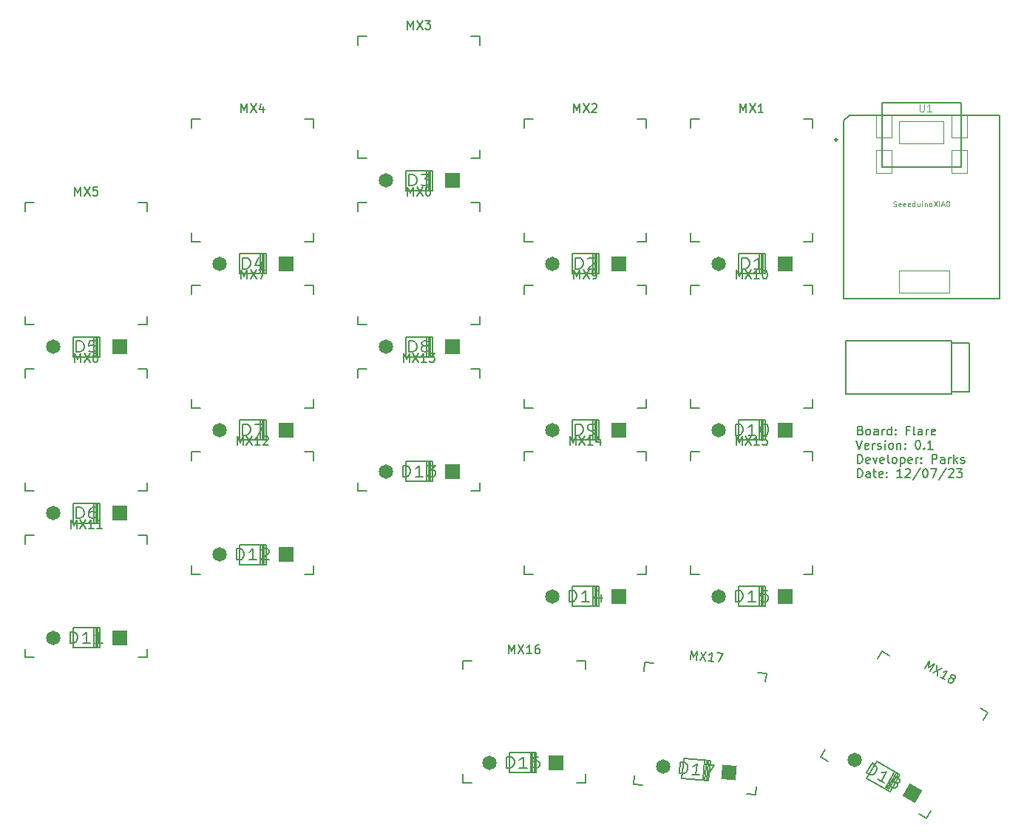
<source format=gbr>
%TF.GenerationSoftware,KiCad,Pcbnew,7.0.2-0*%
%TF.CreationDate,2023-12-07T17:55:22-05:00*%
%TF.ProjectId,Flare,466c6172-652e-46b6-9963-61645f706362,rev?*%
%TF.SameCoordinates,Original*%
%TF.FileFunction,Legend,Top*%
%TF.FilePolarity,Positive*%
%FSLAX46Y46*%
G04 Gerber Fmt 4.6, Leading zero omitted, Abs format (unit mm)*
G04 Created by KiCad (PCBNEW 7.0.2-0) date 2023-12-07 17:55:22*
%MOMM*%
%LPD*%
G01*
G04 APERTURE LIST*
G04 Aperture macros list*
%AMRotRect*
0 Rectangle, with rotation*
0 The origin of the aperture is its center*
0 $1 length*
0 $2 width*
0 $3 Rotation angle, in degrees counterclockwise*
0 Add horizontal line*
21,1,$1,$2,0,0,$3*%
G04 Aperture macros list end*
%ADD10C,0.150000*%
%ADD11C,0.203200*%
%ADD12C,0.101600*%
%ADD13C,0.076200*%
%ADD14C,0.127000*%
%ADD15C,0.066040*%
%ADD16C,0.254000*%
%ADD17C,1.651000*%
%ADD18R,1.651000X1.651000*%
%ADD19RotRect,1.651000X1.651000X330.000000*%
%ADD20RotRect,1.651000X1.651000X355.000000*%
G04 APERTURE END LIST*
D10*
X107727678Y-57200059D02*
X107870535Y-57247678D01*
X107870535Y-57247678D02*
X107918154Y-57295297D01*
X107918154Y-57295297D02*
X107965773Y-57390535D01*
X107965773Y-57390535D02*
X107965773Y-57533392D01*
X107965773Y-57533392D02*
X107918154Y-57628630D01*
X107918154Y-57628630D02*
X107870535Y-57676250D01*
X107870535Y-57676250D02*
X107775297Y-57723869D01*
X107775297Y-57723869D02*
X107394345Y-57723869D01*
X107394345Y-57723869D02*
X107394345Y-56723869D01*
X107394345Y-56723869D02*
X107727678Y-56723869D01*
X107727678Y-56723869D02*
X107822916Y-56771488D01*
X107822916Y-56771488D02*
X107870535Y-56819107D01*
X107870535Y-56819107D02*
X107918154Y-56914345D01*
X107918154Y-56914345D02*
X107918154Y-57009583D01*
X107918154Y-57009583D02*
X107870535Y-57104821D01*
X107870535Y-57104821D02*
X107822916Y-57152440D01*
X107822916Y-57152440D02*
X107727678Y-57200059D01*
X107727678Y-57200059D02*
X107394345Y-57200059D01*
X108537202Y-57723869D02*
X108441964Y-57676250D01*
X108441964Y-57676250D02*
X108394345Y-57628630D01*
X108394345Y-57628630D02*
X108346726Y-57533392D01*
X108346726Y-57533392D02*
X108346726Y-57247678D01*
X108346726Y-57247678D02*
X108394345Y-57152440D01*
X108394345Y-57152440D02*
X108441964Y-57104821D01*
X108441964Y-57104821D02*
X108537202Y-57057202D01*
X108537202Y-57057202D02*
X108680059Y-57057202D01*
X108680059Y-57057202D02*
X108775297Y-57104821D01*
X108775297Y-57104821D02*
X108822916Y-57152440D01*
X108822916Y-57152440D02*
X108870535Y-57247678D01*
X108870535Y-57247678D02*
X108870535Y-57533392D01*
X108870535Y-57533392D02*
X108822916Y-57628630D01*
X108822916Y-57628630D02*
X108775297Y-57676250D01*
X108775297Y-57676250D02*
X108680059Y-57723869D01*
X108680059Y-57723869D02*
X108537202Y-57723869D01*
X109727678Y-57723869D02*
X109727678Y-57200059D01*
X109727678Y-57200059D02*
X109680059Y-57104821D01*
X109680059Y-57104821D02*
X109584821Y-57057202D01*
X109584821Y-57057202D02*
X109394345Y-57057202D01*
X109394345Y-57057202D02*
X109299107Y-57104821D01*
X109727678Y-57676250D02*
X109632440Y-57723869D01*
X109632440Y-57723869D02*
X109394345Y-57723869D01*
X109394345Y-57723869D02*
X109299107Y-57676250D01*
X109299107Y-57676250D02*
X109251488Y-57581011D01*
X109251488Y-57581011D02*
X109251488Y-57485773D01*
X109251488Y-57485773D02*
X109299107Y-57390535D01*
X109299107Y-57390535D02*
X109394345Y-57342916D01*
X109394345Y-57342916D02*
X109632440Y-57342916D01*
X109632440Y-57342916D02*
X109727678Y-57295297D01*
X110203869Y-57723869D02*
X110203869Y-57057202D01*
X110203869Y-57247678D02*
X110251488Y-57152440D01*
X110251488Y-57152440D02*
X110299107Y-57104821D01*
X110299107Y-57104821D02*
X110394345Y-57057202D01*
X110394345Y-57057202D02*
X110489583Y-57057202D01*
X111251488Y-57723869D02*
X111251488Y-56723869D01*
X111251488Y-57676250D02*
X111156250Y-57723869D01*
X111156250Y-57723869D02*
X110965774Y-57723869D01*
X110965774Y-57723869D02*
X110870536Y-57676250D01*
X110870536Y-57676250D02*
X110822917Y-57628630D01*
X110822917Y-57628630D02*
X110775298Y-57533392D01*
X110775298Y-57533392D02*
X110775298Y-57247678D01*
X110775298Y-57247678D02*
X110822917Y-57152440D01*
X110822917Y-57152440D02*
X110870536Y-57104821D01*
X110870536Y-57104821D02*
X110965774Y-57057202D01*
X110965774Y-57057202D02*
X111156250Y-57057202D01*
X111156250Y-57057202D02*
X111251488Y-57104821D01*
X111727679Y-57628630D02*
X111775298Y-57676250D01*
X111775298Y-57676250D02*
X111727679Y-57723869D01*
X111727679Y-57723869D02*
X111680060Y-57676250D01*
X111680060Y-57676250D02*
X111727679Y-57628630D01*
X111727679Y-57628630D02*
X111727679Y-57723869D01*
X111727679Y-57104821D02*
X111775298Y-57152440D01*
X111775298Y-57152440D02*
X111727679Y-57200059D01*
X111727679Y-57200059D02*
X111680060Y-57152440D01*
X111680060Y-57152440D02*
X111727679Y-57104821D01*
X111727679Y-57104821D02*
X111727679Y-57200059D01*
X113299107Y-57200059D02*
X112965774Y-57200059D01*
X112965774Y-57723869D02*
X112965774Y-56723869D01*
X112965774Y-56723869D02*
X113441964Y-56723869D01*
X113965774Y-57723869D02*
X113870536Y-57676250D01*
X113870536Y-57676250D02*
X113822917Y-57581011D01*
X113822917Y-57581011D02*
X113822917Y-56723869D01*
X114775298Y-57723869D02*
X114775298Y-57200059D01*
X114775298Y-57200059D02*
X114727679Y-57104821D01*
X114727679Y-57104821D02*
X114632441Y-57057202D01*
X114632441Y-57057202D02*
X114441965Y-57057202D01*
X114441965Y-57057202D02*
X114346727Y-57104821D01*
X114775298Y-57676250D02*
X114680060Y-57723869D01*
X114680060Y-57723869D02*
X114441965Y-57723869D01*
X114441965Y-57723869D02*
X114346727Y-57676250D01*
X114346727Y-57676250D02*
X114299108Y-57581011D01*
X114299108Y-57581011D02*
X114299108Y-57485773D01*
X114299108Y-57485773D02*
X114346727Y-57390535D01*
X114346727Y-57390535D02*
X114441965Y-57342916D01*
X114441965Y-57342916D02*
X114680060Y-57342916D01*
X114680060Y-57342916D02*
X114775298Y-57295297D01*
X115251489Y-57723869D02*
X115251489Y-57057202D01*
X115251489Y-57247678D02*
X115299108Y-57152440D01*
X115299108Y-57152440D02*
X115346727Y-57104821D01*
X115346727Y-57104821D02*
X115441965Y-57057202D01*
X115441965Y-57057202D02*
X115537203Y-57057202D01*
X116251489Y-57676250D02*
X116156251Y-57723869D01*
X116156251Y-57723869D02*
X115965775Y-57723869D01*
X115965775Y-57723869D02*
X115870537Y-57676250D01*
X115870537Y-57676250D02*
X115822918Y-57581011D01*
X115822918Y-57581011D02*
X115822918Y-57200059D01*
X115822918Y-57200059D02*
X115870537Y-57104821D01*
X115870537Y-57104821D02*
X115965775Y-57057202D01*
X115965775Y-57057202D02*
X116156251Y-57057202D01*
X116156251Y-57057202D02*
X116251489Y-57104821D01*
X116251489Y-57104821D02*
X116299108Y-57200059D01*
X116299108Y-57200059D02*
X116299108Y-57295297D01*
X116299108Y-57295297D02*
X115822918Y-57390535D01*
X107251488Y-58343869D02*
X107584821Y-59343869D01*
X107584821Y-59343869D02*
X107918154Y-58343869D01*
X108632440Y-59296250D02*
X108537202Y-59343869D01*
X108537202Y-59343869D02*
X108346726Y-59343869D01*
X108346726Y-59343869D02*
X108251488Y-59296250D01*
X108251488Y-59296250D02*
X108203869Y-59201011D01*
X108203869Y-59201011D02*
X108203869Y-58820059D01*
X108203869Y-58820059D02*
X108251488Y-58724821D01*
X108251488Y-58724821D02*
X108346726Y-58677202D01*
X108346726Y-58677202D02*
X108537202Y-58677202D01*
X108537202Y-58677202D02*
X108632440Y-58724821D01*
X108632440Y-58724821D02*
X108680059Y-58820059D01*
X108680059Y-58820059D02*
X108680059Y-58915297D01*
X108680059Y-58915297D02*
X108203869Y-59010535D01*
X109108631Y-59343869D02*
X109108631Y-58677202D01*
X109108631Y-58867678D02*
X109156250Y-58772440D01*
X109156250Y-58772440D02*
X109203869Y-58724821D01*
X109203869Y-58724821D02*
X109299107Y-58677202D01*
X109299107Y-58677202D02*
X109394345Y-58677202D01*
X109680060Y-59296250D02*
X109775298Y-59343869D01*
X109775298Y-59343869D02*
X109965774Y-59343869D01*
X109965774Y-59343869D02*
X110061012Y-59296250D01*
X110061012Y-59296250D02*
X110108631Y-59201011D01*
X110108631Y-59201011D02*
X110108631Y-59153392D01*
X110108631Y-59153392D02*
X110061012Y-59058154D01*
X110061012Y-59058154D02*
X109965774Y-59010535D01*
X109965774Y-59010535D02*
X109822917Y-59010535D01*
X109822917Y-59010535D02*
X109727679Y-58962916D01*
X109727679Y-58962916D02*
X109680060Y-58867678D01*
X109680060Y-58867678D02*
X109680060Y-58820059D01*
X109680060Y-58820059D02*
X109727679Y-58724821D01*
X109727679Y-58724821D02*
X109822917Y-58677202D01*
X109822917Y-58677202D02*
X109965774Y-58677202D01*
X109965774Y-58677202D02*
X110061012Y-58724821D01*
X110537203Y-59343869D02*
X110537203Y-58677202D01*
X110537203Y-58343869D02*
X110489584Y-58391488D01*
X110489584Y-58391488D02*
X110537203Y-58439107D01*
X110537203Y-58439107D02*
X110584822Y-58391488D01*
X110584822Y-58391488D02*
X110537203Y-58343869D01*
X110537203Y-58343869D02*
X110537203Y-58439107D01*
X111156250Y-59343869D02*
X111061012Y-59296250D01*
X111061012Y-59296250D02*
X111013393Y-59248630D01*
X111013393Y-59248630D02*
X110965774Y-59153392D01*
X110965774Y-59153392D02*
X110965774Y-58867678D01*
X110965774Y-58867678D02*
X111013393Y-58772440D01*
X111013393Y-58772440D02*
X111061012Y-58724821D01*
X111061012Y-58724821D02*
X111156250Y-58677202D01*
X111156250Y-58677202D02*
X111299107Y-58677202D01*
X111299107Y-58677202D02*
X111394345Y-58724821D01*
X111394345Y-58724821D02*
X111441964Y-58772440D01*
X111441964Y-58772440D02*
X111489583Y-58867678D01*
X111489583Y-58867678D02*
X111489583Y-59153392D01*
X111489583Y-59153392D02*
X111441964Y-59248630D01*
X111441964Y-59248630D02*
X111394345Y-59296250D01*
X111394345Y-59296250D02*
X111299107Y-59343869D01*
X111299107Y-59343869D02*
X111156250Y-59343869D01*
X111918155Y-58677202D02*
X111918155Y-59343869D01*
X111918155Y-58772440D02*
X111965774Y-58724821D01*
X111965774Y-58724821D02*
X112061012Y-58677202D01*
X112061012Y-58677202D02*
X112203869Y-58677202D01*
X112203869Y-58677202D02*
X112299107Y-58724821D01*
X112299107Y-58724821D02*
X112346726Y-58820059D01*
X112346726Y-58820059D02*
X112346726Y-59343869D01*
X112822917Y-59248630D02*
X112870536Y-59296250D01*
X112870536Y-59296250D02*
X112822917Y-59343869D01*
X112822917Y-59343869D02*
X112775298Y-59296250D01*
X112775298Y-59296250D02*
X112822917Y-59248630D01*
X112822917Y-59248630D02*
X112822917Y-59343869D01*
X112822917Y-58724821D02*
X112870536Y-58772440D01*
X112870536Y-58772440D02*
X112822917Y-58820059D01*
X112822917Y-58820059D02*
X112775298Y-58772440D01*
X112775298Y-58772440D02*
X112822917Y-58724821D01*
X112822917Y-58724821D02*
X112822917Y-58820059D01*
X114251488Y-58343869D02*
X114346726Y-58343869D01*
X114346726Y-58343869D02*
X114441964Y-58391488D01*
X114441964Y-58391488D02*
X114489583Y-58439107D01*
X114489583Y-58439107D02*
X114537202Y-58534345D01*
X114537202Y-58534345D02*
X114584821Y-58724821D01*
X114584821Y-58724821D02*
X114584821Y-58962916D01*
X114584821Y-58962916D02*
X114537202Y-59153392D01*
X114537202Y-59153392D02*
X114489583Y-59248630D01*
X114489583Y-59248630D02*
X114441964Y-59296250D01*
X114441964Y-59296250D02*
X114346726Y-59343869D01*
X114346726Y-59343869D02*
X114251488Y-59343869D01*
X114251488Y-59343869D02*
X114156250Y-59296250D01*
X114156250Y-59296250D02*
X114108631Y-59248630D01*
X114108631Y-59248630D02*
X114061012Y-59153392D01*
X114061012Y-59153392D02*
X114013393Y-58962916D01*
X114013393Y-58962916D02*
X114013393Y-58724821D01*
X114013393Y-58724821D02*
X114061012Y-58534345D01*
X114061012Y-58534345D02*
X114108631Y-58439107D01*
X114108631Y-58439107D02*
X114156250Y-58391488D01*
X114156250Y-58391488D02*
X114251488Y-58343869D01*
X115013393Y-59248630D02*
X115061012Y-59296250D01*
X115061012Y-59296250D02*
X115013393Y-59343869D01*
X115013393Y-59343869D02*
X114965774Y-59296250D01*
X114965774Y-59296250D02*
X115013393Y-59248630D01*
X115013393Y-59248630D02*
X115013393Y-59343869D01*
X116013392Y-59343869D02*
X115441964Y-59343869D01*
X115727678Y-59343869D02*
X115727678Y-58343869D01*
X115727678Y-58343869D02*
X115632440Y-58486726D01*
X115632440Y-58486726D02*
X115537202Y-58581964D01*
X115537202Y-58581964D02*
X115441964Y-58629583D01*
X107394345Y-60963869D02*
X107394345Y-59963869D01*
X107394345Y-59963869D02*
X107632440Y-59963869D01*
X107632440Y-59963869D02*
X107775297Y-60011488D01*
X107775297Y-60011488D02*
X107870535Y-60106726D01*
X107870535Y-60106726D02*
X107918154Y-60201964D01*
X107918154Y-60201964D02*
X107965773Y-60392440D01*
X107965773Y-60392440D02*
X107965773Y-60535297D01*
X107965773Y-60535297D02*
X107918154Y-60725773D01*
X107918154Y-60725773D02*
X107870535Y-60821011D01*
X107870535Y-60821011D02*
X107775297Y-60916250D01*
X107775297Y-60916250D02*
X107632440Y-60963869D01*
X107632440Y-60963869D02*
X107394345Y-60963869D01*
X108775297Y-60916250D02*
X108680059Y-60963869D01*
X108680059Y-60963869D02*
X108489583Y-60963869D01*
X108489583Y-60963869D02*
X108394345Y-60916250D01*
X108394345Y-60916250D02*
X108346726Y-60821011D01*
X108346726Y-60821011D02*
X108346726Y-60440059D01*
X108346726Y-60440059D02*
X108394345Y-60344821D01*
X108394345Y-60344821D02*
X108489583Y-60297202D01*
X108489583Y-60297202D02*
X108680059Y-60297202D01*
X108680059Y-60297202D02*
X108775297Y-60344821D01*
X108775297Y-60344821D02*
X108822916Y-60440059D01*
X108822916Y-60440059D02*
X108822916Y-60535297D01*
X108822916Y-60535297D02*
X108346726Y-60630535D01*
X109156250Y-60297202D02*
X109394345Y-60963869D01*
X109394345Y-60963869D02*
X109632440Y-60297202D01*
X110394345Y-60916250D02*
X110299107Y-60963869D01*
X110299107Y-60963869D02*
X110108631Y-60963869D01*
X110108631Y-60963869D02*
X110013393Y-60916250D01*
X110013393Y-60916250D02*
X109965774Y-60821011D01*
X109965774Y-60821011D02*
X109965774Y-60440059D01*
X109965774Y-60440059D02*
X110013393Y-60344821D01*
X110013393Y-60344821D02*
X110108631Y-60297202D01*
X110108631Y-60297202D02*
X110299107Y-60297202D01*
X110299107Y-60297202D02*
X110394345Y-60344821D01*
X110394345Y-60344821D02*
X110441964Y-60440059D01*
X110441964Y-60440059D02*
X110441964Y-60535297D01*
X110441964Y-60535297D02*
X109965774Y-60630535D01*
X111013393Y-60963869D02*
X110918155Y-60916250D01*
X110918155Y-60916250D02*
X110870536Y-60821011D01*
X110870536Y-60821011D02*
X110870536Y-59963869D01*
X111537203Y-60963869D02*
X111441965Y-60916250D01*
X111441965Y-60916250D02*
X111394346Y-60868630D01*
X111394346Y-60868630D02*
X111346727Y-60773392D01*
X111346727Y-60773392D02*
X111346727Y-60487678D01*
X111346727Y-60487678D02*
X111394346Y-60392440D01*
X111394346Y-60392440D02*
X111441965Y-60344821D01*
X111441965Y-60344821D02*
X111537203Y-60297202D01*
X111537203Y-60297202D02*
X111680060Y-60297202D01*
X111680060Y-60297202D02*
X111775298Y-60344821D01*
X111775298Y-60344821D02*
X111822917Y-60392440D01*
X111822917Y-60392440D02*
X111870536Y-60487678D01*
X111870536Y-60487678D02*
X111870536Y-60773392D01*
X111870536Y-60773392D02*
X111822917Y-60868630D01*
X111822917Y-60868630D02*
X111775298Y-60916250D01*
X111775298Y-60916250D02*
X111680060Y-60963869D01*
X111680060Y-60963869D02*
X111537203Y-60963869D01*
X112299108Y-60297202D02*
X112299108Y-61297202D01*
X112299108Y-60344821D02*
X112394346Y-60297202D01*
X112394346Y-60297202D02*
X112584822Y-60297202D01*
X112584822Y-60297202D02*
X112680060Y-60344821D01*
X112680060Y-60344821D02*
X112727679Y-60392440D01*
X112727679Y-60392440D02*
X112775298Y-60487678D01*
X112775298Y-60487678D02*
X112775298Y-60773392D01*
X112775298Y-60773392D02*
X112727679Y-60868630D01*
X112727679Y-60868630D02*
X112680060Y-60916250D01*
X112680060Y-60916250D02*
X112584822Y-60963869D01*
X112584822Y-60963869D02*
X112394346Y-60963869D01*
X112394346Y-60963869D02*
X112299108Y-60916250D01*
X113584822Y-60916250D02*
X113489584Y-60963869D01*
X113489584Y-60963869D02*
X113299108Y-60963869D01*
X113299108Y-60963869D02*
X113203870Y-60916250D01*
X113203870Y-60916250D02*
X113156251Y-60821011D01*
X113156251Y-60821011D02*
X113156251Y-60440059D01*
X113156251Y-60440059D02*
X113203870Y-60344821D01*
X113203870Y-60344821D02*
X113299108Y-60297202D01*
X113299108Y-60297202D02*
X113489584Y-60297202D01*
X113489584Y-60297202D02*
X113584822Y-60344821D01*
X113584822Y-60344821D02*
X113632441Y-60440059D01*
X113632441Y-60440059D02*
X113632441Y-60535297D01*
X113632441Y-60535297D02*
X113156251Y-60630535D01*
X114061013Y-60963869D02*
X114061013Y-60297202D01*
X114061013Y-60487678D02*
X114108632Y-60392440D01*
X114108632Y-60392440D02*
X114156251Y-60344821D01*
X114156251Y-60344821D02*
X114251489Y-60297202D01*
X114251489Y-60297202D02*
X114346727Y-60297202D01*
X114680061Y-60868630D02*
X114727680Y-60916250D01*
X114727680Y-60916250D02*
X114680061Y-60963869D01*
X114680061Y-60963869D02*
X114632442Y-60916250D01*
X114632442Y-60916250D02*
X114680061Y-60868630D01*
X114680061Y-60868630D02*
X114680061Y-60963869D01*
X114680061Y-60344821D02*
X114727680Y-60392440D01*
X114727680Y-60392440D02*
X114680061Y-60440059D01*
X114680061Y-60440059D02*
X114632442Y-60392440D01*
X114632442Y-60392440D02*
X114680061Y-60344821D01*
X114680061Y-60344821D02*
X114680061Y-60440059D01*
X115918156Y-60963869D02*
X115918156Y-59963869D01*
X115918156Y-59963869D02*
X116299108Y-59963869D01*
X116299108Y-59963869D02*
X116394346Y-60011488D01*
X116394346Y-60011488D02*
X116441965Y-60059107D01*
X116441965Y-60059107D02*
X116489584Y-60154345D01*
X116489584Y-60154345D02*
X116489584Y-60297202D01*
X116489584Y-60297202D02*
X116441965Y-60392440D01*
X116441965Y-60392440D02*
X116394346Y-60440059D01*
X116394346Y-60440059D02*
X116299108Y-60487678D01*
X116299108Y-60487678D02*
X115918156Y-60487678D01*
X117346727Y-60963869D02*
X117346727Y-60440059D01*
X117346727Y-60440059D02*
X117299108Y-60344821D01*
X117299108Y-60344821D02*
X117203870Y-60297202D01*
X117203870Y-60297202D02*
X117013394Y-60297202D01*
X117013394Y-60297202D02*
X116918156Y-60344821D01*
X117346727Y-60916250D02*
X117251489Y-60963869D01*
X117251489Y-60963869D02*
X117013394Y-60963869D01*
X117013394Y-60963869D02*
X116918156Y-60916250D01*
X116918156Y-60916250D02*
X116870537Y-60821011D01*
X116870537Y-60821011D02*
X116870537Y-60725773D01*
X116870537Y-60725773D02*
X116918156Y-60630535D01*
X116918156Y-60630535D02*
X117013394Y-60582916D01*
X117013394Y-60582916D02*
X117251489Y-60582916D01*
X117251489Y-60582916D02*
X117346727Y-60535297D01*
X117822918Y-60963869D02*
X117822918Y-60297202D01*
X117822918Y-60487678D02*
X117870537Y-60392440D01*
X117870537Y-60392440D02*
X117918156Y-60344821D01*
X117918156Y-60344821D02*
X118013394Y-60297202D01*
X118013394Y-60297202D02*
X118108632Y-60297202D01*
X118441966Y-60963869D02*
X118441966Y-59963869D01*
X118537204Y-60582916D02*
X118822918Y-60963869D01*
X118822918Y-60297202D02*
X118441966Y-60678154D01*
X119203871Y-60916250D02*
X119299109Y-60963869D01*
X119299109Y-60963869D02*
X119489585Y-60963869D01*
X119489585Y-60963869D02*
X119584823Y-60916250D01*
X119584823Y-60916250D02*
X119632442Y-60821011D01*
X119632442Y-60821011D02*
X119632442Y-60773392D01*
X119632442Y-60773392D02*
X119584823Y-60678154D01*
X119584823Y-60678154D02*
X119489585Y-60630535D01*
X119489585Y-60630535D02*
X119346728Y-60630535D01*
X119346728Y-60630535D02*
X119251490Y-60582916D01*
X119251490Y-60582916D02*
X119203871Y-60487678D01*
X119203871Y-60487678D02*
X119203871Y-60440059D01*
X119203871Y-60440059D02*
X119251490Y-60344821D01*
X119251490Y-60344821D02*
X119346728Y-60297202D01*
X119346728Y-60297202D02*
X119489585Y-60297202D01*
X119489585Y-60297202D02*
X119584823Y-60344821D01*
X107394345Y-62583869D02*
X107394345Y-61583869D01*
X107394345Y-61583869D02*
X107632440Y-61583869D01*
X107632440Y-61583869D02*
X107775297Y-61631488D01*
X107775297Y-61631488D02*
X107870535Y-61726726D01*
X107870535Y-61726726D02*
X107918154Y-61821964D01*
X107918154Y-61821964D02*
X107965773Y-62012440D01*
X107965773Y-62012440D02*
X107965773Y-62155297D01*
X107965773Y-62155297D02*
X107918154Y-62345773D01*
X107918154Y-62345773D02*
X107870535Y-62441011D01*
X107870535Y-62441011D02*
X107775297Y-62536250D01*
X107775297Y-62536250D02*
X107632440Y-62583869D01*
X107632440Y-62583869D02*
X107394345Y-62583869D01*
X108822916Y-62583869D02*
X108822916Y-62060059D01*
X108822916Y-62060059D02*
X108775297Y-61964821D01*
X108775297Y-61964821D02*
X108680059Y-61917202D01*
X108680059Y-61917202D02*
X108489583Y-61917202D01*
X108489583Y-61917202D02*
X108394345Y-61964821D01*
X108822916Y-62536250D02*
X108727678Y-62583869D01*
X108727678Y-62583869D02*
X108489583Y-62583869D01*
X108489583Y-62583869D02*
X108394345Y-62536250D01*
X108394345Y-62536250D02*
X108346726Y-62441011D01*
X108346726Y-62441011D02*
X108346726Y-62345773D01*
X108346726Y-62345773D02*
X108394345Y-62250535D01*
X108394345Y-62250535D02*
X108489583Y-62202916D01*
X108489583Y-62202916D02*
X108727678Y-62202916D01*
X108727678Y-62202916D02*
X108822916Y-62155297D01*
X109156250Y-61917202D02*
X109537202Y-61917202D01*
X109299107Y-61583869D02*
X109299107Y-62441011D01*
X109299107Y-62441011D02*
X109346726Y-62536250D01*
X109346726Y-62536250D02*
X109441964Y-62583869D01*
X109441964Y-62583869D02*
X109537202Y-62583869D01*
X110251488Y-62536250D02*
X110156250Y-62583869D01*
X110156250Y-62583869D02*
X109965774Y-62583869D01*
X109965774Y-62583869D02*
X109870536Y-62536250D01*
X109870536Y-62536250D02*
X109822917Y-62441011D01*
X109822917Y-62441011D02*
X109822917Y-62060059D01*
X109822917Y-62060059D02*
X109870536Y-61964821D01*
X109870536Y-61964821D02*
X109965774Y-61917202D01*
X109965774Y-61917202D02*
X110156250Y-61917202D01*
X110156250Y-61917202D02*
X110251488Y-61964821D01*
X110251488Y-61964821D02*
X110299107Y-62060059D01*
X110299107Y-62060059D02*
X110299107Y-62155297D01*
X110299107Y-62155297D02*
X109822917Y-62250535D01*
X110727679Y-62488630D02*
X110775298Y-62536250D01*
X110775298Y-62536250D02*
X110727679Y-62583869D01*
X110727679Y-62583869D02*
X110680060Y-62536250D01*
X110680060Y-62536250D02*
X110727679Y-62488630D01*
X110727679Y-62488630D02*
X110727679Y-62583869D01*
X110727679Y-61964821D02*
X110775298Y-62012440D01*
X110775298Y-62012440D02*
X110727679Y-62060059D01*
X110727679Y-62060059D02*
X110680060Y-62012440D01*
X110680060Y-62012440D02*
X110727679Y-61964821D01*
X110727679Y-61964821D02*
X110727679Y-62060059D01*
X112489583Y-62583869D02*
X111918155Y-62583869D01*
X112203869Y-62583869D02*
X112203869Y-61583869D01*
X112203869Y-61583869D02*
X112108631Y-61726726D01*
X112108631Y-61726726D02*
X112013393Y-61821964D01*
X112013393Y-61821964D02*
X111918155Y-61869583D01*
X112870536Y-61679107D02*
X112918155Y-61631488D01*
X112918155Y-61631488D02*
X113013393Y-61583869D01*
X113013393Y-61583869D02*
X113251488Y-61583869D01*
X113251488Y-61583869D02*
X113346726Y-61631488D01*
X113346726Y-61631488D02*
X113394345Y-61679107D01*
X113394345Y-61679107D02*
X113441964Y-61774345D01*
X113441964Y-61774345D02*
X113441964Y-61869583D01*
X113441964Y-61869583D02*
X113394345Y-62012440D01*
X113394345Y-62012440D02*
X112822917Y-62583869D01*
X112822917Y-62583869D02*
X113441964Y-62583869D01*
X114584821Y-61536250D02*
X113727679Y-62821964D01*
X115108631Y-61583869D02*
X115203869Y-61583869D01*
X115203869Y-61583869D02*
X115299107Y-61631488D01*
X115299107Y-61631488D02*
X115346726Y-61679107D01*
X115346726Y-61679107D02*
X115394345Y-61774345D01*
X115394345Y-61774345D02*
X115441964Y-61964821D01*
X115441964Y-61964821D02*
X115441964Y-62202916D01*
X115441964Y-62202916D02*
X115394345Y-62393392D01*
X115394345Y-62393392D02*
X115346726Y-62488630D01*
X115346726Y-62488630D02*
X115299107Y-62536250D01*
X115299107Y-62536250D02*
X115203869Y-62583869D01*
X115203869Y-62583869D02*
X115108631Y-62583869D01*
X115108631Y-62583869D02*
X115013393Y-62536250D01*
X115013393Y-62536250D02*
X114965774Y-62488630D01*
X114965774Y-62488630D02*
X114918155Y-62393392D01*
X114918155Y-62393392D02*
X114870536Y-62202916D01*
X114870536Y-62202916D02*
X114870536Y-61964821D01*
X114870536Y-61964821D02*
X114918155Y-61774345D01*
X114918155Y-61774345D02*
X114965774Y-61679107D01*
X114965774Y-61679107D02*
X115013393Y-61631488D01*
X115013393Y-61631488D02*
X115108631Y-61583869D01*
X115775298Y-61583869D02*
X116441964Y-61583869D01*
X116441964Y-61583869D02*
X116013393Y-62583869D01*
X117537202Y-61536250D02*
X116680060Y-62821964D01*
X117822917Y-61679107D02*
X117870536Y-61631488D01*
X117870536Y-61631488D02*
X117965774Y-61583869D01*
X117965774Y-61583869D02*
X118203869Y-61583869D01*
X118203869Y-61583869D02*
X118299107Y-61631488D01*
X118299107Y-61631488D02*
X118346726Y-61679107D01*
X118346726Y-61679107D02*
X118394345Y-61774345D01*
X118394345Y-61774345D02*
X118394345Y-61869583D01*
X118394345Y-61869583D02*
X118346726Y-62012440D01*
X118346726Y-62012440D02*
X117775298Y-62583869D01*
X117775298Y-62583869D02*
X118394345Y-62583869D01*
X118727679Y-61583869D02*
X119346726Y-61583869D01*
X119346726Y-61583869D02*
X119013393Y-61964821D01*
X119013393Y-61964821D02*
X119156250Y-61964821D01*
X119156250Y-61964821D02*
X119251488Y-62012440D01*
X119251488Y-62012440D02*
X119299107Y-62060059D01*
X119299107Y-62060059D02*
X119346726Y-62155297D01*
X119346726Y-62155297D02*
X119346726Y-62393392D01*
X119346726Y-62393392D02*
X119299107Y-62488630D01*
X119299107Y-62488630D02*
X119251488Y-62536250D01*
X119251488Y-62536250D02*
X119156250Y-62583869D01*
X119156250Y-62583869D02*
X118870536Y-62583869D01*
X118870536Y-62583869D02*
X118775298Y-62536250D01*
X118775298Y-62536250D02*
X118727679Y-62488630D01*
D11*
%TO.C,D3*%
X56025143Y-29162526D02*
X56025143Y-27892526D01*
X56025143Y-27892526D02*
X56388000Y-27892526D01*
X56388000Y-27892526D02*
X56605714Y-27953002D01*
X56605714Y-27953002D02*
X56750857Y-28073954D01*
X56750857Y-28073954D02*
X56823428Y-28194907D01*
X56823428Y-28194907D02*
X56896000Y-28436811D01*
X56896000Y-28436811D02*
X56896000Y-28618240D01*
X56896000Y-28618240D02*
X56823428Y-28860145D01*
X56823428Y-28860145D02*
X56750857Y-28981097D01*
X56750857Y-28981097D02*
X56605714Y-29102050D01*
X56605714Y-29102050D02*
X56388000Y-29162526D01*
X56388000Y-29162526D02*
X56025143Y-29162526D01*
X57404000Y-27892526D02*
X58347428Y-27892526D01*
X58347428Y-27892526D02*
X57839428Y-28376335D01*
X57839428Y-28376335D02*
X58057143Y-28376335D01*
X58057143Y-28376335D02*
X58202286Y-28436811D01*
X58202286Y-28436811D02*
X58274857Y-28497288D01*
X58274857Y-28497288D02*
X58347428Y-28618240D01*
X58347428Y-28618240D02*
X58347428Y-28920621D01*
X58347428Y-28920621D02*
X58274857Y-29041573D01*
X58274857Y-29041573D02*
X58202286Y-29102050D01*
X58202286Y-29102050D02*
X58057143Y-29162526D01*
X58057143Y-29162526D02*
X57621714Y-29162526D01*
X57621714Y-29162526D02*
X57476571Y-29102050D01*
X57476571Y-29102050D02*
X57404000Y-29041573D01*
%TO.C,D12*%
X36249428Y-72025026D02*
X36249428Y-70755026D01*
X36249428Y-70755026D02*
X36612285Y-70755026D01*
X36612285Y-70755026D02*
X36829999Y-70815502D01*
X36829999Y-70815502D02*
X36975142Y-70936454D01*
X36975142Y-70936454D02*
X37047713Y-71057407D01*
X37047713Y-71057407D02*
X37120285Y-71299311D01*
X37120285Y-71299311D02*
X37120285Y-71480740D01*
X37120285Y-71480740D02*
X37047713Y-71722645D01*
X37047713Y-71722645D02*
X36975142Y-71843597D01*
X36975142Y-71843597D02*
X36829999Y-71964550D01*
X36829999Y-71964550D02*
X36612285Y-72025026D01*
X36612285Y-72025026D02*
X36249428Y-72025026D01*
X38571713Y-72025026D02*
X37700856Y-72025026D01*
X38136285Y-72025026D02*
X38136285Y-70755026D01*
X38136285Y-70755026D02*
X37991142Y-70936454D01*
X37991142Y-70936454D02*
X37845999Y-71057407D01*
X37845999Y-71057407D02*
X37700856Y-71117883D01*
X39152285Y-70875978D02*
X39224857Y-70815502D01*
X39224857Y-70815502D02*
X39370000Y-70755026D01*
X39370000Y-70755026D02*
X39732857Y-70755026D01*
X39732857Y-70755026D02*
X39878000Y-70815502D01*
X39878000Y-70815502D02*
X39950571Y-70875978D01*
X39950571Y-70875978D02*
X40023142Y-70996930D01*
X40023142Y-70996930D02*
X40023142Y-71117883D01*
X40023142Y-71117883D02*
X39950571Y-71299311D01*
X39950571Y-71299311D02*
X39079714Y-72025026D01*
X39079714Y-72025026D02*
X40023142Y-72025026D01*
%TO.C,D10*%
X93399428Y-57737526D02*
X93399428Y-56467526D01*
X93399428Y-56467526D02*
X93762285Y-56467526D01*
X93762285Y-56467526D02*
X93979999Y-56528002D01*
X93979999Y-56528002D02*
X94125142Y-56648954D01*
X94125142Y-56648954D02*
X94197713Y-56769907D01*
X94197713Y-56769907D02*
X94270285Y-57011811D01*
X94270285Y-57011811D02*
X94270285Y-57193240D01*
X94270285Y-57193240D02*
X94197713Y-57435145D01*
X94197713Y-57435145D02*
X94125142Y-57556097D01*
X94125142Y-57556097D02*
X93979999Y-57677050D01*
X93979999Y-57677050D02*
X93762285Y-57737526D01*
X93762285Y-57737526D02*
X93399428Y-57737526D01*
X95721713Y-57737526D02*
X94850856Y-57737526D01*
X95286285Y-57737526D02*
X95286285Y-56467526D01*
X95286285Y-56467526D02*
X95141142Y-56648954D01*
X95141142Y-56648954D02*
X94995999Y-56769907D01*
X94995999Y-56769907D02*
X94850856Y-56830383D01*
X96665142Y-56467526D02*
X96810285Y-56467526D01*
X96810285Y-56467526D02*
X96955428Y-56528002D01*
X96955428Y-56528002D02*
X97028000Y-56588478D01*
X97028000Y-56588478D02*
X97100571Y-56709430D01*
X97100571Y-56709430D02*
X97173142Y-56951335D01*
X97173142Y-56951335D02*
X97173142Y-57253716D01*
X97173142Y-57253716D02*
X97100571Y-57495621D01*
X97100571Y-57495621D02*
X97028000Y-57616573D01*
X97028000Y-57616573D02*
X96955428Y-57677050D01*
X96955428Y-57677050D02*
X96810285Y-57737526D01*
X96810285Y-57737526D02*
X96665142Y-57737526D01*
X96665142Y-57737526D02*
X96520000Y-57677050D01*
X96520000Y-57677050D02*
X96447428Y-57616573D01*
X96447428Y-57616573D02*
X96374857Y-57495621D01*
X96374857Y-57495621D02*
X96302285Y-57253716D01*
X96302285Y-57253716D02*
X96302285Y-56951335D01*
X96302285Y-56951335D02*
X96374857Y-56709430D01*
X96374857Y-56709430D02*
X96447428Y-56588478D01*
X96447428Y-56588478D02*
X96520000Y-56528002D01*
X96520000Y-56528002D02*
X96665142Y-56467526D01*
D10*
%TO.C,MX13*%
X55388095Y-49357619D02*
X55388095Y-48357619D01*
X55388095Y-48357619D02*
X55721428Y-49071904D01*
X55721428Y-49071904D02*
X56054761Y-48357619D01*
X56054761Y-48357619D02*
X56054761Y-49357619D01*
X56435714Y-48357619D02*
X57102380Y-49357619D01*
X57102380Y-48357619D02*
X56435714Y-49357619D01*
X58007142Y-49357619D02*
X57435714Y-49357619D01*
X57721428Y-49357619D02*
X57721428Y-48357619D01*
X57721428Y-48357619D02*
X57626190Y-48500476D01*
X57626190Y-48500476D02*
X57530952Y-48595714D01*
X57530952Y-48595714D02*
X57435714Y-48643333D01*
X58340476Y-48357619D02*
X58959523Y-48357619D01*
X58959523Y-48357619D02*
X58626190Y-48738571D01*
X58626190Y-48738571D02*
X58769047Y-48738571D01*
X58769047Y-48738571D02*
X58864285Y-48786190D01*
X58864285Y-48786190D02*
X58911904Y-48833809D01*
X58911904Y-48833809D02*
X58959523Y-48929047D01*
X58959523Y-48929047D02*
X58959523Y-49167142D01*
X58959523Y-49167142D02*
X58911904Y-49262380D01*
X58911904Y-49262380D02*
X58864285Y-49310000D01*
X58864285Y-49310000D02*
X58769047Y-49357619D01*
X58769047Y-49357619D02*
X58483333Y-49357619D01*
X58483333Y-49357619D02*
X58388095Y-49310000D01*
X58388095Y-49310000D02*
X58340476Y-49262380D01*
D11*
%TO.C,D13*%
X55299428Y-62500026D02*
X55299428Y-61230026D01*
X55299428Y-61230026D02*
X55662285Y-61230026D01*
X55662285Y-61230026D02*
X55879999Y-61290502D01*
X55879999Y-61290502D02*
X56025142Y-61411454D01*
X56025142Y-61411454D02*
X56097713Y-61532407D01*
X56097713Y-61532407D02*
X56170285Y-61774311D01*
X56170285Y-61774311D02*
X56170285Y-61955740D01*
X56170285Y-61955740D02*
X56097713Y-62197645D01*
X56097713Y-62197645D02*
X56025142Y-62318597D01*
X56025142Y-62318597D02*
X55879999Y-62439550D01*
X55879999Y-62439550D02*
X55662285Y-62500026D01*
X55662285Y-62500026D02*
X55299428Y-62500026D01*
X57621713Y-62500026D02*
X56750856Y-62500026D01*
X57186285Y-62500026D02*
X57186285Y-61230026D01*
X57186285Y-61230026D02*
X57041142Y-61411454D01*
X57041142Y-61411454D02*
X56895999Y-61532407D01*
X56895999Y-61532407D02*
X56750856Y-61592883D01*
X58129714Y-61230026D02*
X59073142Y-61230026D01*
X59073142Y-61230026D02*
X58565142Y-61713835D01*
X58565142Y-61713835D02*
X58782857Y-61713835D01*
X58782857Y-61713835D02*
X58928000Y-61774311D01*
X58928000Y-61774311D02*
X59000571Y-61834788D01*
X59000571Y-61834788D02*
X59073142Y-61955740D01*
X59073142Y-61955740D02*
X59073142Y-62258121D01*
X59073142Y-62258121D02*
X59000571Y-62379073D01*
X59000571Y-62379073D02*
X58928000Y-62439550D01*
X58928000Y-62439550D02*
X58782857Y-62500026D01*
X58782857Y-62500026D02*
X58347428Y-62500026D01*
X58347428Y-62500026D02*
X58202285Y-62439550D01*
X58202285Y-62439550D02*
X58129714Y-62379073D01*
%TO.C,D2*%
X75075143Y-38687526D02*
X75075143Y-37417526D01*
X75075143Y-37417526D02*
X75438000Y-37417526D01*
X75438000Y-37417526D02*
X75655714Y-37478002D01*
X75655714Y-37478002D02*
X75800857Y-37598954D01*
X75800857Y-37598954D02*
X75873428Y-37719907D01*
X75873428Y-37719907D02*
X75946000Y-37961811D01*
X75946000Y-37961811D02*
X75946000Y-38143240D01*
X75946000Y-38143240D02*
X75873428Y-38385145D01*
X75873428Y-38385145D02*
X75800857Y-38506097D01*
X75800857Y-38506097D02*
X75655714Y-38627050D01*
X75655714Y-38627050D02*
X75438000Y-38687526D01*
X75438000Y-38687526D02*
X75075143Y-38687526D01*
X76526571Y-37538478D02*
X76599143Y-37478002D01*
X76599143Y-37478002D02*
X76744286Y-37417526D01*
X76744286Y-37417526D02*
X77107143Y-37417526D01*
X77107143Y-37417526D02*
X77252286Y-37478002D01*
X77252286Y-37478002D02*
X77324857Y-37538478D01*
X77324857Y-37538478D02*
X77397428Y-37659430D01*
X77397428Y-37659430D02*
X77397428Y-37780383D01*
X77397428Y-37780383D02*
X77324857Y-37961811D01*
X77324857Y-37961811D02*
X76454000Y-38687526D01*
X76454000Y-38687526D02*
X77397428Y-38687526D01*
D10*
%TO.C,MX14*%
X74438095Y-58882619D02*
X74438095Y-57882619D01*
X74438095Y-57882619D02*
X74771428Y-58596904D01*
X74771428Y-58596904D02*
X75104761Y-57882619D01*
X75104761Y-57882619D02*
X75104761Y-58882619D01*
X75485714Y-57882619D02*
X76152380Y-58882619D01*
X76152380Y-57882619D02*
X75485714Y-58882619D01*
X77057142Y-58882619D02*
X76485714Y-58882619D01*
X76771428Y-58882619D02*
X76771428Y-57882619D01*
X76771428Y-57882619D02*
X76676190Y-58025476D01*
X76676190Y-58025476D02*
X76580952Y-58120714D01*
X76580952Y-58120714D02*
X76485714Y-58168333D01*
X77914285Y-58215952D02*
X77914285Y-58882619D01*
X77676190Y-57835000D02*
X77438095Y-58549285D01*
X77438095Y-58549285D02*
X78057142Y-58549285D01*
%TO.C,MX6*%
X17764286Y-49357619D02*
X17764286Y-48357619D01*
X17764286Y-48357619D02*
X18097619Y-49071904D01*
X18097619Y-49071904D02*
X18430952Y-48357619D01*
X18430952Y-48357619D02*
X18430952Y-49357619D01*
X18811905Y-48357619D02*
X19478571Y-49357619D01*
X19478571Y-48357619D02*
X18811905Y-49357619D01*
X20288095Y-48357619D02*
X20097619Y-48357619D01*
X20097619Y-48357619D02*
X20002381Y-48405238D01*
X20002381Y-48405238D02*
X19954762Y-48452857D01*
X19954762Y-48452857D02*
X19859524Y-48595714D01*
X19859524Y-48595714D02*
X19811905Y-48786190D01*
X19811905Y-48786190D02*
X19811905Y-49167142D01*
X19811905Y-49167142D02*
X19859524Y-49262380D01*
X19859524Y-49262380D02*
X19907143Y-49310000D01*
X19907143Y-49310000D02*
X20002381Y-49357619D01*
X20002381Y-49357619D02*
X20192857Y-49357619D01*
X20192857Y-49357619D02*
X20288095Y-49310000D01*
X20288095Y-49310000D02*
X20335714Y-49262380D01*
X20335714Y-49262380D02*
X20383333Y-49167142D01*
X20383333Y-49167142D02*
X20383333Y-48929047D01*
X20383333Y-48929047D02*
X20335714Y-48833809D01*
X20335714Y-48833809D02*
X20288095Y-48786190D01*
X20288095Y-48786190D02*
X20192857Y-48738571D01*
X20192857Y-48738571D02*
X20002381Y-48738571D01*
X20002381Y-48738571D02*
X19907143Y-48786190D01*
X19907143Y-48786190D02*
X19859524Y-48833809D01*
X19859524Y-48833809D02*
X19811905Y-48929047D01*
D11*
%TO.C,D8*%
X56025143Y-48212526D02*
X56025143Y-46942526D01*
X56025143Y-46942526D02*
X56388000Y-46942526D01*
X56388000Y-46942526D02*
X56605714Y-47003002D01*
X56605714Y-47003002D02*
X56750857Y-47123954D01*
X56750857Y-47123954D02*
X56823428Y-47244907D01*
X56823428Y-47244907D02*
X56896000Y-47486811D01*
X56896000Y-47486811D02*
X56896000Y-47668240D01*
X56896000Y-47668240D02*
X56823428Y-47910145D01*
X56823428Y-47910145D02*
X56750857Y-48031097D01*
X56750857Y-48031097D02*
X56605714Y-48152050D01*
X56605714Y-48152050D02*
X56388000Y-48212526D01*
X56388000Y-48212526D02*
X56025143Y-48212526D01*
X57766857Y-47486811D02*
X57621714Y-47426335D01*
X57621714Y-47426335D02*
X57549143Y-47365859D01*
X57549143Y-47365859D02*
X57476571Y-47244907D01*
X57476571Y-47244907D02*
X57476571Y-47184430D01*
X57476571Y-47184430D02*
X57549143Y-47063478D01*
X57549143Y-47063478D02*
X57621714Y-47003002D01*
X57621714Y-47003002D02*
X57766857Y-46942526D01*
X57766857Y-46942526D02*
X58057143Y-46942526D01*
X58057143Y-46942526D02*
X58202286Y-47003002D01*
X58202286Y-47003002D02*
X58274857Y-47063478D01*
X58274857Y-47063478D02*
X58347428Y-47184430D01*
X58347428Y-47184430D02*
X58347428Y-47244907D01*
X58347428Y-47244907D02*
X58274857Y-47365859D01*
X58274857Y-47365859D02*
X58202286Y-47426335D01*
X58202286Y-47426335D02*
X58057143Y-47486811D01*
X58057143Y-47486811D02*
X57766857Y-47486811D01*
X57766857Y-47486811D02*
X57621714Y-47547288D01*
X57621714Y-47547288D02*
X57549143Y-47607764D01*
X57549143Y-47607764D02*
X57476571Y-47728716D01*
X57476571Y-47728716D02*
X57476571Y-47970621D01*
X57476571Y-47970621D02*
X57549143Y-48091573D01*
X57549143Y-48091573D02*
X57621714Y-48152050D01*
X57621714Y-48152050D02*
X57766857Y-48212526D01*
X57766857Y-48212526D02*
X58057143Y-48212526D01*
X58057143Y-48212526D02*
X58202286Y-48152050D01*
X58202286Y-48152050D02*
X58274857Y-48091573D01*
X58274857Y-48091573D02*
X58347428Y-47970621D01*
X58347428Y-47970621D02*
X58347428Y-47728716D01*
X58347428Y-47728716D02*
X58274857Y-47607764D01*
X58274857Y-47607764D02*
X58202286Y-47547288D01*
X58202286Y-47547288D02*
X58057143Y-47486811D01*
%TO.C,D14*%
X74349428Y-76787526D02*
X74349428Y-75517526D01*
X74349428Y-75517526D02*
X74712285Y-75517526D01*
X74712285Y-75517526D02*
X74929999Y-75578002D01*
X74929999Y-75578002D02*
X75075142Y-75698954D01*
X75075142Y-75698954D02*
X75147713Y-75819907D01*
X75147713Y-75819907D02*
X75220285Y-76061811D01*
X75220285Y-76061811D02*
X75220285Y-76243240D01*
X75220285Y-76243240D02*
X75147713Y-76485145D01*
X75147713Y-76485145D02*
X75075142Y-76606097D01*
X75075142Y-76606097D02*
X74929999Y-76727050D01*
X74929999Y-76727050D02*
X74712285Y-76787526D01*
X74712285Y-76787526D02*
X74349428Y-76787526D01*
X76671713Y-76787526D02*
X75800856Y-76787526D01*
X76236285Y-76787526D02*
X76236285Y-75517526D01*
X76236285Y-75517526D02*
X76091142Y-75698954D01*
X76091142Y-75698954D02*
X75945999Y-75819907D01*
X75945999Y-75819907D02*
X75800856Y-75880383D01*
X77978000Y-75940859D02*
X77978000Y-76787526D01*
X77615142Y-75457050D02*
X77252285Y-76364192D01*
X77252285Y-76364192D02*
X78195714Y-76364192D01*
D10*
%TO.C,MX11*%
X17288095Y-68407619D02*
X17288095Y-67407619D01*
X17288095Y-67407619D02*
X17621428Y-68121904D01*
X17621428Y-68121904D02*
X17954761Y-67407619D01*
X17954761Y-67407619D02*
X17954761Y-68407619D01*
X18335714Y-67407619D02*
X19002380Y-68407619D01*
X19002380Y-67407619D02*
X18335714Y-68407619D01*
X19907142Y-68407619D02*
X19335714Y-68407619D01*
X19621428Y-68407619D02*
X19621428Y-67407619D01*
X19621428Y-67407619D02*
X19526190Y-67550476D01*
X19526190Y-67550476D02*
X19430952Y-67645714D01*
X19430952Y-67645714D02*
X19335714Y-67693333D01*
X20859523Y-68407619D02*
X20288095Y-68407619D01*
X20573809Y-68407619D02*
X20573809Y-67407619D01*
X20573809Y-67407619D02*
X20478571Y-67550476D01*
X20478571Y-67550476D02*
X20383333Y-67645714D01*
X20383333Y-67645714D02*
X20288095Y-67693333D01*
D11*
%TO.C,D11*%
X17199428Y-81550026D02*
X17199428Y-80280026D01*
X17199428Y-80280026D02*
X17562285Y-80280026D01*
X17562285Y-80280026D02*
X17779999Y-80340502D01*
X17779999Y-80340502D02*
X17925142Y-80461454D01*
X17925142Y-80461454D02*
X17997713Y-80582407D01*
X17997713Y-80582407D02*
X18070285Y-80824311D01*
X18070285Y-80824311D02*
X18070285Y-81005740D01*
X18070285Y-81005740D02*
X17997713Y-81247645D01*
X17997713Y-81247645D02*
X17925142Y-81368597D01*
X17925142Y-81368597D02*
X17779999Y-81489550D01*
X17779999Y-81489550D02*
X17562285Y-81550026D01*
X17562285Y-81550026D02*
X17199428Y-81550026D01*
X19521713Y-81550026D02*
X18650856Y-81550026D01*
X19086285Y-81550026D02*
X19086285Y-80280026D01*
X19086285Y-80280026D02*
X18941142Y-80461454D01*
X18941142Y-80461454D02*
X18795999Y-80582407D01*
X18795999Y-80582407D02*
X18650856Y-80642883D01*
X20973142Y-81550026D02*
X20102285Y-81550026D01*
X20537714Y-81550026D02*
X20537714Y-80280026D01*
X20537714Y-80280026D02*
X20392571Y-80461454D01*
X20392571Y-80461454D02*
X20247428Y-80582407D01*
X20247428Y-80582407D02*
X20102285Y-80642883D01*
%TO.C,D7*%
X36975143Y-57737526D02*
X36975143Y-56467526D01*
X36975143Y-56467526D02*
X37338000Y-56467526D01*
X37338000Y-56467526D02*
X37555714Y-56528002D01*
X37555714Y-56528002D02*
X37700857Y-56648954D01*
X37700857Y-56648954D02*
X37773428Y-56769907D01*
X37773428Y-56769907D02*
X37846000Y-57011811D01*
X37846000Y-57011811D02*
X37846000Y-57193240D01*
X37846000Y-57193240D02*
X37773428Y-57435145D01*
X37773428Y-57435145D02*
X37700857Y-57556097D01*
X37700857Y-57556097D02*
X37555714Y-57677050D01*
X37555714Y-57677050D02*
X37338000Y-57737526D01*
X37338000Y-57737526D02*
X36975143Y-57737526D01*
X38354000Y-56467526D02*
X39370000Y-56467526D01*
X39370000Y-56467526D02*
X38716857Y-57737526D01*
%TO.C,D4*%
X36975143Y-38687526D02*
X36975143Y-37417526D01*
X36975143Y-37417526D02*
X37338000Y-37417526D01*
X37338000Y-37417526D02*
X37555714Y-37478002D01*
X37555714Y-37478002D02*
X37700857Y-37598954D01*
X37700857Y-37598954D02*
X37773428Y-37719907D01*
X37773428Y-37719907D02*
X37846000Y-37961811D01*
X37846000Y-37961811D02*
X37846000Y-38143240D01*
X37846000Y-38143240D02*
X37773428Y-38385145D01*
X37773428Y-38385145D02*
X37700857Y-38506097D01*
X37700857Y-38506097D02*
X37555714Y-38627050D01*
X37555714Y-38627050D02*
X37338000Y-38687526D01*
X37338000Y-38687526D02*
X36975143Y-38687526D01*
X39152286Y-37840859D02*
X39152286Y-38687526D01*
X38789428Y-37357050D02*
X38426571Y-38264192D01*
X38426571Y-38264192D02*
X39370000Y-38264192D01*
%TO.C,D18*%
X108434844Y-96421026D02*
X109069844Y-95321174D01*
X109069844Y-95321174D02*
X109384088Y-95502602D01*
X109384088Y-95502602D02*
X109542396Y-95663834D01*
X109542396Y-95663834D02*
X109607617Y-95841153D01*
X109607617Y-95841153D02*
X109609989Y-95982186D01*
X109609989Y-95982186D02*
X109551886Y-96227968D01*
X109551886Y-96227968D02*
X109461171Y-96385089D01*
X109461171Y-96385089D02*
X109277370Y-96558299D01*
X109277370Y-96558299D02*
X109154045Y-96626762D01*
X109154045Y-96626762D02*
X108967872Y-96658938D01*
X108967872Y-96658938D02*
X108749088Y-96602455D01*
X108749088Y-96602455D02*
X108434844Y-96421026D01*
X110446003Y-97582169D02*
X109691818Y-97146740D01*
X110068910Y-97364455D02*
X110703910Y-96264602D01*
X110703910Y-96264602D02*
X110487499Y-96349153D01*
X110487499Y-96349153D02*
X110301325Y-96381329D01*
X110301325Y-96381329D02*
X110145390Y-96361132D01*
X111563045Y-97389111D02*
X111467585Y-97264165D01*
X111467585Y-97264165D02*
X111434975Y-97175506D01*
X111434975Y-97175506D02*
X111432602Y-97034472D01*
X111432602Y-97034472D02*
X111462840Y-96982098D01*
X111462840Y-96982098D02*
X111586165Y-96913636D01*
X111586165Y-96913636D02*
X111679252Y-96897548D01*
X111679252Y-96897548D02*
X111835187Y-96917746D01*
X111835187Y-96917746D02*
X112086582Y-97062888D01*
X112086582Y-97062888D02*
X112182041Y-97187834D01*
X112182041Y-97187834D02*
X112214652Y-97276493D01*
X112214652Y-97276493D02*
X112217025Y-97417527D01*
X112217025Y-97417527D02*
X112186786Y-97469901D01*
X112186786Y-97469901D02*
X112063462Y-97538363D01*
X112063462Y-97538363D02*
X111970375Y-97554451D01*
X111970375Y-97554451D02*
X111814439Y-97534254D01*
X111814439Y-97534254D02*
X111563045Y-97389111D01*
X111563045Y-97389111D02*
X111407109Y-97368913D01*
X111407109Y-97368913D02*
X111314022Y-97385002D01*
X111314022Y-97385002D02*
X111190697Y-97453464D01*
X111190697Y-97453464D02*
X111069745Y-97662959D01*
X111069745Y-97662959D02*
X111072117Y-97803993D01*
X111072117Y-97803993D02*
X111104728Y-97892652D01*
X111104728Y-97892652D02*
X111200187Y-98017598D01*
X111200187Y-98017598D02*
X111451582Y-98162741D01*
X111451582Y-98162741D02*
X111607518Y-98182938D01*
X111607518Y-98182938D02*
X111700604Y-98166850D01*
X111700604Y-98166850D02*
X111823929Y-98098388D01*
X111823929Y-98098388D02*
X111944882Y-97888892D01*
X111944882Y-97888892D02*
X111942509Y-97747859D01*
X111942509Y-97747859D02*
X111909899Y-97659199D01*
X111909899Y-97659199D02*
X111814439Y-97534254D01*
%TO.C,D17*%
X87005263Y-96467752D02*
X87115951Y-95202585D01*
X87115951Y-95202585D02*
X87477428Y-95234210D01*
X87477428Y-95234210D02*
X87689042Y-95313431D01*
X87689042Y-95313431D02*
X87823091Y-95446573D01*
X87823091Y-95446573D02*
X87884845Y-95573390D01*
X87884845Y-95573390D02*
X87936057Y-95820699D01*
X87936057Y-95820699D02*
X87920244Y-96001438D01*
X87920244Y-96001438D02*
X87826866Y-96236097D01*
X87826866Y-96236097D02*
X87744029Y-96350264D01*
X87744029Y-96350264D02*
X87588896Y-96458106D01*
X87588896Y-96458106D02*
X87366740Y-96499377D01*
X87366740Y-96499377D02*
X87005263Y-96467752D01*
X89318712Y-96670153D02*
X88451169Y-96594252D01*
X88884940Y-96632202D02*
X88995628Y-95367035D01*
X88995628Y-95367035D02*
X88835225Y-95535123D01*
X88835225Y-95535123D02*
X88680093Y-95642965D01*
X88680093Y-95642965D02*
X88530232Y-95690561D01*
X89935467Y-95449260D02*
X90947601Y-95537811D01*
X90947601Y-95537811D02*
X90186256Y-96746053D01*
D10*
%TO.C,MX4*%
X36814286Y-20782619D02*
X36814286Y-19782619D01*
X36814286Y-19782619D02*
X37147619Y-20496904D01*
X37147619Y-20496904D02*
X37480952Y-19782619D01*
X37480952Y-19782619D02*
X37480952Y-20782619D01*
X37861905Y-19782619D02*
X38528571Y-20782619D01*
X38528571Y-19782619D02*
X37861905Y-20782619D01*
X39338095Y-20115952D02*
X39338095Y-20782619D01*
X39100000Y-19735000D02*
X38861905Y-20449285D01*
X38861905Y-20449285D02*
X39480952Y-20449285D01*
D11*
%TO.C,D6*%
X17925143Y-67262526D02*
X17925143Y-65992526D01*
X17925143Y-65992526D02*
X18288000Y-65992526D01*
X18288000Y-65992526D02*
X18505714Y-66053002D01*
X18505714Y-66053002D02*
X18650857Y-66173954D01*
X18650857Y-66173954D02*
X18723428Y-66294907D01*
X18723428Y-66294907D02*
X18796000Y-66536811D01*
X18796000Y-66536811D02*
X18796000Y-66718240D01*
X18796000Y-66718240D02*
X18723428Y-66960145D01*
X18723428Y-66960145D02*
X18650857Y-67081097D01*
X18650857Y-67081097D02*
X18505714Y-67202050D01*
X18505714Y-67202050D02*
X18288000Y-67262526D01*
X18288000Y-67262526D02*
X17925143Y-67262526D01*
X20102286Y-65992526D02*
X19812000Y-65992526D01*
X19812000Y-65992526D02*
X19666857Y-66053002D01*
X19666857Y-66053002D02*
X19594286Y-66113478D01*
X19594286Y-66113478D02*
X19449143Y-66294907D01*
X19449143Y-66294907D02*
X19376571Y-66536811D01*
X19376571Y-66536811D02*
X19376571Y-67020621D01*
X19376571Y-67020621D02*
X19449143Y-67141573D01*
X19449143Y-67141573D02*
X19521714Y-67202050D01*
X19521714Y-67202050D02*
X19666857Y-67262526D01*
X19666857Y-67262526D02*
X19957143Y-67262526D01*
X19957143Y-67262526D02*
X20102286Y-67202050D01*
X20102286Y-67202050D02*
X20174857Y-67141573D01*
X20174857Y-67141573D02*
X20247428Y-67020621D01*
X20247428Y-67020621D02*
X20247428Y-66718240D01*
X20247428Y-66718240D02*
X20174857Y-66597288D01*
X20174857Y-66597288D02*
X20102286Y-66536811D01*
X20102286Y-66536811D02*
X19957143Y-66476335D01*
X19957143Y-66476335D02*
X19666857Y-66476335D01*
X19666857Y-66476335D02*
X19521714Y-66536811D01*
X19521714Y-66536811D02*
X19449143Y-66597288D01*
X19449143Y-66597288D02*
X19376571Y-66718240D01*
D12*
%TO.C,U1*%
X114476583Y-19816329D02*
X114476583Y-20535996D01*
X114476583Y-20535996D02*
X114518917Y-20620662D01*
X114518917Y-20620662D02*
X114561250Y-20662996D01*
X114561250Y-20662996D02*
X114645917Y-20705329D01*
X114645917Y-20705329D02*
X114815250Y-20705329D01*
X114815250Y-20705329D02*
X114899917Y-20662996D01*
X114899917Y-20662996D02*
X114942250Y-20620662D01*
X114942250Y-20620662D02*
X114984583Y-20535996D01*
X114984583Y-20535996D02*
X114984583Y-19816329D01*
X115873583Y-20705329D02*
X115365583Y-20705329D01*
X115619583Y-20705329D02*
X115619583Y-19816329D01*
X115619583Y-19816329D02*
X115534916Y-19943329D01*
X115534916Y-19943329D02*
X115450250Y-20027996D01*
X115450250Y-20027996D02*
X115365583Y-20070329D01*
D13*
X111487246Y-31532544D02*
X111574332Y-31561572D01*
X111574332Y-31561572D02*
X111719474Y-31561572D01*
X111719474Y-31561572D02*
X111777532Y-31532544D01*
X111777532Y-31532544D02*
X111806560Y-31503515D01*
X111806560Y-31503515D02*
X111835589Y-31445458D01*
X111835589Y-31445458D02*
X111835589Y-31387401D01*
X111835589Y-31387401D02*
X111806560Y-31329344D01*
X111806560Y-31329344D02*
X111777532Y-31300315D01*
X111777532Y-31300315D02*
X111719474Y-31271286D01*
X111719474Y-31271286D02*
X111603360Y-31242258D01*
X111603360Y-31242258D02*
X111545303Y-31213229D01*
X111545303Y-31213229D02*
X111516274Y-31184201D01*
X111516274Y-31184201D02*
X111487246Y-31126144D01*
X111487246Y-31126144D02*
X111487246Y-31068086D01*
X111487246Y-31068086D02*
X111516274Y-31010029D01*
X111516274Y-31010029D02*
X111545303Y-30981001D01*
X111545303Y-30981001D02*
X111603360Y-30951972D01*
X111603360Y-30951972D02*
X111748503Y-30951972D01*
X111748503Y-30951972D02*
X111835589Y-30981001D01*
X112329074Y-31532544D02*
X112271017Y-31561572D01*
X112271017Y-31561572D02*
X112154903Y-31561572D01*
X112154903Y-31561572D02*
X112096845Y-31532544D01*
X112096845Y-31532544D02*
X112067817Y-31474486D01*
X112067817Y-31474486D02*
X112067817Y-31242258D01*
X112067817Y-31242258D02*
X112096845Y-31184201D01*
X112096845Y-31184201D02*
X112154903Y-31155172D01*
X112154903Y-31155172D02*
X112271017Y-31155172D01*
X112271017Y-31155172D02*
X112329074Y-31184201D01*
X112329074Y-31184201D02*
X112358103Y-31242258D01*
X112358103Y-31242258D02*
X112358103Y-31300315D01*
X112358103Y-31300315D02*
X112067817Y-31358372D01*
X112851588Y-31532544D02*
X112793531Y-31561572D01*
X112793531Y-31561572D02*
X112677417Y-31561572D01*
X112677417Y-31561572D02*
X112619359Y-31532544D01*
X112619359Y-31532544D02*
X112590331Y-31474486D01*
X112590331Y-31474486D02*
X112590331Y-31242258D01*
X112590331Y-31242258D02*
X112619359Y-31184201D01*
X112619359Y-31184201D02*
X112677417Y-31155172D01*
X112677417Y-31155172D02*
X112793531Y-31155172D01*
X112793531Y-31155172D02*
X112851588Y-31184201D01*
X112851588Y-31184201D02*
X112880617Y-31242258D01*
X112880617Y-31242258D02*
X112880617Y-31300315D01*
X112880617Y-31300315D02*
X112590331Y-31358372D01*
X113374102Y-31532544D02*
X113316045Y-31561572D01*
X113316045Y-31561572D02*
X113199931Y-31561572D01*
X113199931Y-31561572D02*
X113141873Y-31532544D01*
X113141873Y-31532544D02*
X113112845Y-31474486D01*
X113112845Y-31474486D02*
X113112845Y-31242258D01*
X113112845Y-31242258D02*
X113141873Y-31184201D01*
X113141873Y-31184201D02*
X113199931Y-31155172D01*
X113199931Y-31155172D02*
X113316045Y-31155172D01*
X113316045Y-31155172D02*
X113374102Y-31184201D01*
X113374102Y-31184201D02*
X113403131Y-31242258D01*
X113403131Y-31242258D02*
X113403131Y-31300315D01*
X113403131Y-31300315D02*
X113112845Y-31358372D01*
X113925645Y-31561572D02*
X113925645Y-30951972D01*
X113925645Y-31532544D02*
X113867587Y-31561572D01*
X113867587Y-31561572D02*
X113751473Y-31561572D01*
X113751473Y-31561572D02*
X113693416Y-31532544D01*
X113693416Y-31532544D02*
X113664387Y-31503515D01*
X113664387Y-31503515D02*
X113635359Y-31445458D01*
X113635359Y-31445458D02*
X113635359Y-31271286D01*
X113635359Y-31271286D02*
X113664387Y-31213229D01*
X113664387Y-31213229D02*
X113693416Y-31184201D01*
X113693416Y-31184201D02*
X113751473Y-31155172D01*
X113751473Y-31155172D02*
X113867587Y-31155172D01*
X113867587Y-31155172D02*
X113925645Y-31184201D01*
X114477188Y-31155172D02*
X114477188Y-31561572D01*
X114215930Y-31155172D02*
X114215930Y-31474486D01*
X114215930Y-31474486D02*
X114244959Y-31532544D01*
X114244959Y-31532544D02*
X114303016Y-31561572D01*
X114303016Y-31561572D02*
X114390102Y-31561572D01*
X114390102Y-31561572D02*
X114448159Y-31532544D01*
X114448159Y-31532544D02*
X114477188Y-31503515D01*
X114767473Y-31561572D02*
X114767473Y-31155172D01*
X114767473Y-30951972D02*
X114738445Y-30981001D01*
X114738445Y-30981001D02*
X114767473Y-31010029D01*
X114767473Y-31010029D02*
X114796502Y-30981001D01*
X114796502Y-30981001D02*
X114767473Y-30951972D01*
X114767473Y-30951972D02*
X114767473Y-31010029D01*
X115057759Y-31155172D02*
X115057759Y-31561572D01*
X115057759Y-31213229D02*
X115086788Y-31184201D01*
X115086788Y-31184201D02*
X115144845Y-31155172D01*
X115144845Y-31155172D02*
X115231931Y-31155172D01*
X115231931Y-31155172D02*
X115289988Y-31184201D01*
X115289988Y-31184201D02*
X115319017Y-31242258D01*
X115319017Y-31242258D02*
X115319017Y-31561572D01*
X115696388Y-31561572D02*
X115638331Y-31532544D01*
X115638331Y-31532544D02*
X115609302Y-31503515D01*
X115609302Y-31503515D02*
X115580274Y-31445458D01*
X115580274Y-31445458D02*
X115580274Y-31271286D01*
X115580274Y-31271286D02*
X115609302Y-31213229D01*
X115609302Y-31213229D02*
X115638331Y-31184201D01*
X115638331Y-31184201D02*
X115696388Y-31155172D01*
X115696388Y-31155172D02*
X115783474Y-31155172D01*
X115783474Y-31155172D02*
X115841531Y-31184201D01*
X115841531Y-31184201D02*
X115870560Y-31213229D01*
X115870560Y-31213229D02*
X115899588Y-31271286D01*
X115899588Y-31271286D02*
X115899588Y-31445458D01*
X115899588Y-31445458D02*
X115870560Y-31503515D01*
X115870560Y-31503515D02*
X115841531Y-31532544D01*
X115841531Y-31532544D02*
X115783474Y-31561572D01*
X115783474Y-31561572D02*
X115696388Y-31561572D01*
X116102788Y-30951972D02*
X116509188Y-31561572D01*
X116509188Y-30951972D02*
X116102788Y-31561572D01*
X116741416Y-31561572D02*
X116741416Y-30951972D01*
X117002674Y-31387401D02*
X117292960Y-31387401D01*
X116944617Y-31561572D02*
X117147817Y-30951972D01*
X117147817Y-30951972D02*
X117351017Y-31561572D01*
X117670331Y-30951972D02*
X117786445Y-30951972D01*
X117786445Y-30951972D02*
X117844502Y-30981001D01*
X117844502Y-30981001D02*
X117902559Y-31039058D01*
X117902559Y-31039058D02*
X117931588Y-31155172D01*
X117931588Y-31155172D02*
X117931588Y-31358372D01*
X117931588Y-31358372D02*
X117902559Y-31474486D01*
X117902559Y-31474486D02*
X117844502Y-31532544D01*
X117844502Y-31532544D02*
X117786445Y-31561572D01*
X117786445Y-31561572D02*
X117670331Y-31561572D01*
X117670331Y-31561572D02*
X117612274Y-31532544D01*
X117612274Y-31532544D02*
X117554216Y-31474486D01*
X117554216Y-31474486D02*
X117525188Y-31358372D01*
X117525188Y-31358372D02*
X117525188Y-31155172D01*
X117525188Y-31155172D02*
X117554216Y-31039058D01*
X117554216Y-31039058D02*
X117612274Y-30981001D01*
X117612274Y-30981001D02*
X117670331Y-30951972D01*
D11*
%TO.C,D5*%
X17925143Y-48212526D02*
X17925143Y-46942526D01*
X17925143Y-46942526D02*
X18288000Y-46942526D01*
X18288000Y-46942526D02*
X18505714Y-47003002D01*
X18505714Y-47003002D02*
X18650857Y-47123954D01*
X18650857Y-47123954D02*
X18723428Y-47244907D01*
X18723428Y-47244907D02*
X18796000Y-47486811D01*
X18796000Y-47486811D02*
X18796000Y-47668240D01*
X18796000Y-47668240D02*
X18723428Y-47910145D01*
X18723428Y-47910145D02*
X18650857Y-48031097D01*
X18650857Y-48031097D02*
X18505714Y-48152050D01*
X18505714Y-48152050D02*
X18288000Y-48212526D01*
X18288000Y-48212526D02*
X17925143Y-48212526D01*
X20174857Y-46942526D02*
X19449143Y-46942526D01*
X19449143Y-46942526D02*
X19376571Y-47547288D01*
X19376571Y-47547288D02*
X19449143Y-47486811D01*
X19449143Y-47486811D02*
X19594286Y-47426335D01*
X19594286Y-47426335D02*
X19957143Y-47426335D01*
X19957143Y-47426335D02*
X20102286Y-47486811D01*
X20102286Y-47486811D02*
X20174857Y-47547288D01*
X20174857Y-47547288D02*
X20247428Y-47668240D01*
X20247428Y-47668240D02*
X20247428Y-47970621D01*
X20247428Y-47970621D02*
X20174857Y-48091573D01*
X20174857Y-48091573D02*
X20102286Y-48152050D01*
X20102286Y-48152050D02*
X19957143Y-48212526D01*
X19957143Y-48212526D02*
X19594286Y-48212526D01*
X19594286Y-48212526D02*
X19449143Y-48152050D01*
X19449143Y-48152050D02*
X19376571Y-48091573D01*
%TO.C,D15*%
X93399428Y-76787526D02*
X93399428Y-75517526D01*
X93399428Y-75517526D02*
X93762285Y-75517526D01*
X93762285Y-75517526D02*
X93979999Y-75578002D01*
X93979999Y-75578002D02*
X94125142Y-75698954D01*
X94125142Y-75698954D02*
X94197713Y-75819907D01*
X94197713Y-75819907D02*
X94270285Y-76061811D01*
X94270285Y-76061811D02*
X94270285Y-76243240D01*
X94270285Y-76243240D02*
X94197713Y-76485145D01*
X94197713Y-76485145D02*
X94125142Y-76606097D01*
X94125142Y-76606097D02*
X93979999Y-76727050D01*
X93979999Y-76727050D02*
X93762285Y-76787526D01*
X93762285Y-76787526D02*
X93399428Y-76787526D01*
X95721713Y-76787526D02*
X94850856Y-76787526D01*
X95286285Y-76787526D02*
X95286285Y-75517526D01*
X95286285Y-75517526D02*
X95141142Y-75698954D01*
X95141142Y-75698954D02*
X94995999Y-75819907D01*
X94995999Y-75819907D02*
X94850856Y-75880383D01*
X97100571Y-75517526D02*
X96374857Y-75517526D01*
X96374857Y-75517526D02*
X96302285Y-76122288D01*
X96302285Y-76122288D02*
X96374857Y-76061811D01*
X96374857Y-76061811D02*
X96520000Y-76001335D01*
X96520000Y-76001335D02*
X96882857Y-76001335D01*
X96882857Y-76001335D02*
X97028000Y-76061811D01*
X97028000Y-76061811D02*
X97100571Y-76122288D01*
X97100571Y-76122288D02*
X97173142Y-76243240D01*
X97173142Y-76243240D02*
X97173142Y-76545621D01*
X97173142Y-76545621D02*
X97100571Y-76666573D01*
X97100571Y-76666573D02*
X97028000Y-76727050D01*
X97028000Y-76727050D02*
X96882857Y-76787526D01*
X96882857Y-76787526D02*
X96520000Y-76787526D01*
X96520000Y-76787526D02*
X96374857Y-76727050D01*
X96374857Y-76727050D02*
X96302285Y-76666573D01*
D10*
%TO.C,MX15*%
X93488095Y-58882619D02*
X93488095Y-57882619D01*
X93488095Y-57882619D02*
X93821428Y-58596904D01*
X93821428Y-58596904D02*
X94154761Y-57882619D01*
X94154761Y-57882619D02*
X94154761Y-58882619D01*
X94535714Y-57882619D02*
X95202380Y-58882619D01*
X95202380Y-57882619D02*
X94535714Y-58882619D01*
X96107142Y-58882619D02*
X95535714Y-58882619D01*
X95821428Y-58882619D02*
X95821428Y-57882619D01*
X95821428Y-57882619D02*
X95726190Y-58025476D01*
X95726190Y-58025476D02*
X95630952Y-58120714D01*
X95630952Y-58120714D02*
X95535714Y-58168333D01*
X97011904Y-57882619D02*
X96535714Y-57882619D01*
X96535714Y-57882619D02*
X96488095Y-58358809D01*
X96488095Y-58358809D02*
X96535714Y-58311190D01*
X96535714Y-58311190D02*
X96630952Y-58263571D01*
X96630952Y-58263571D02*
X96869047Y-58263571D01*
X96869047Y-58263571D02*
X96964285Y-58311190D01*
X96964285Y-58311190D02*
X97011904Y-58358809D01*
X97011904Y-58358809D02*
X97059523Y-58454047D01*
X97059523Y-58454047D02*
X97059523Y-58692142D01*
X97059523Y-58692142D02*
X97011904Y-58787380D01*
X97011904Y-58787380D02*
X96964285Y-58835000D01*
X96964285Y-58835000D02*
X96869047Y-58882619D01*
X96869047Y-58882619D02*
X96630952Y-58882619D01*
X96630952Y-58882619D02*
X96535714Y-58835000D01*
X96535714Y-58835000D02*
X96488095Y-58787380D01*
D11*
%TO.C,D1*%
X94125143Y-38687526D02*
X94125143Y-37417526D01*
X94125143Y-37417526D02*
X94488000Y-37417526D01*
X94488000Y-37417526D02*
X94705714Y-37478002D01*
X94705714Y-37478002D02*
X94850857Y-37598954D01*
X94850857Y-37598954D02*
X94923428Y-37719907D01*
X94923428Y-37719907D02*
X94996000Y-37961811D01*
X94996000Y-37961811D02*
X94996000Y-38143240D01*
X94996000Y-38143240D02*
X94923428Y-38385145D01*
X94923428Y-38385145D02*
X94850857Y-38506097D01*
X94850857Y-38506097D02*
X94705714Y-38627050D01*
X94705714Y-38627050D02*
X94488000Y-38687526D01*
X94488000Y-38687526D02*
X94125143Y-38687526D01*
X96447428Y-38687526D02*
X95576571Y-38687526D01*
X96012000Y-38687526D02*
X96012000Y-37417526D01*
X96012000Y-37417526D02*
X95866857Y-37598954D01*
X95866857Y-37598954D02*
X95721714Y-37719907D01*
X95721714Y-37719907D02*
X95576571Y-37780383D01*
%TO.C,D16*%
X67205678Y-95837526D02*
X67205678Y-94567526D01*
X67205678Y-94567526D02*
X67568535Y-94567526D01*
X67568535Y-94567526D02*
X67786249Y-94628002D01*
X67786249Y-94628002D02*
X67931392Y-94748954D01*
X67931392Y-94748954D02*
X68003963Y-94869907D01*
X68003963Y-94869907D02*
X68076535Y-95111811D01*
X68076535Y-95111811D02*
X68076535Y-95293240D01*
X68076535Y-95293240D02*
X68003963Y-95535145D01*
X68003963Y-95535145D02*
X67931392Y-95656097D01*
X67931392Y-95656097D02*
X67786249Y-95777050D01*
X67786249Y-95777050D02*
X67568535Y-95837526D01*
X67568535Y-95837526D02*
X67205678Y-95837526D01*
X69527963Y-95837526D02*
X68657106Y-95837526D01*
X69092535Y-95837526D02*
X69092535Y-94567526D01*
X69092535Y-94567526D02*
X68947392Y-94748954D01*
X68947392Y-94748954D02*
X68802249Y-94869907D01*
X68802249Y-94869907D02*
X68657106Y-94930383D01*
X70834250Y-94567526D02*
X70543964Y-94567526D01*
X70543964Y-94567526D02*
X70398821Y-94628002D01*
X70398821Y-94628002D02*
X70326250Y-94688478D01*
X70326250Y-94688478D02*
X70181107Y-94869907D01*
X70181107Y-94869907D02*
X70108535Y-95111811D01*
X70108535Y-95111811D02*
X70108535Y-95595621D01*
X70108535Y-95595621D02*
X70181107Y-95716573D01*
X70181107Y-95716573D02*
X70253678Y-95777050D01*
X70253678Y-95777050D02*
X70398821Y-95837526D01*
X70398821Y-95837526D02*
X70689107Y-95837526D01*
X70689107Y-95837526D02*
X70834250Y-95777050D01*
X70834250Y-95777050D02*
X70906821Y-95716573D01*
X70906821Y-95716573D02*
X70979392Y-95595621D01*
X70979392Y-95595621D02*
X70979392Y-95293240D01*
X70979392Y-95293240D02*
X70906821Y-95172288D01*
X70906821Y-95172288D02*
X70834250Y-95111811D01*
X70834250Y-95111811D02*
X70689107Y-95051335D01*
X70689107Y-95051335D02*
X70398821Y-95051335D01*
X70398821Y-95051335D02*
X70253678Y-95111811D01*
X70253678Y-95111811D02*
X70181107Y-95172288D01*
X70181107Y-95172288D02*
X70108535Y-95293240D01*
D10*
%TO.C,MX5*%
X17764286Y-30307619D02*
X17764286Y-29307619D01*
X17764286Y-29307619D02*
X18097619Y-30021904D01*
X18097619Y-30021904D02*
X18430952Y-29307619D01*
X18430952Y-29307619D02*
X18430952Y-30307619D01*
X18811905Y-29307619D02*
X19478571Y-30307619D01*
X19478571Y-29307619D02*
X18811905Y-30307619D01*
X20335714Y-29307619D02*
X19859524Y-29307619D01*
X19859524Y-29307619D02*
X19811905Y-29783809D01*
X19811905Y-29783809D02*
X19859524Y-29736190D01*
X19859524Y-29736190D02*
X19954762Y-29688571D01*
X19954762Y-29688571D02*
X20192857Y-29688571D01*
X20192857Y-29688571D02*
X20288095Y-29736190D01*
X20288095Y-29736190D02*
X20335714Y-29783809D01*
X20335714Y-29783809D02*
X20383333Y-29879047D01*
X20383333Y-29879047D02*
X20383333Y-30117142D01*
X20383333Y-30117142D02*
X20335714Y-30212380D01*
X20335714Y-30212380D02*
X20288095Y-30260000D01*
X20288095Y-30260000D02*
X20192857Y-30307619D01*
X20192857Y-30307619D02*
X19954762Y-30307619D01*
X19954762Y-30307619D02*
X19859524Y-30260000D01*
X19859524Y-30260000D02*
X19811905Y-30212380D01*
%TO.C,MX18*%
X115082836Y-84445647D02*
X115582836Y-83579622D01*
X115582836Y-83579622D02*
X115514368Y-84364878D01*
X115514368Y-84364878D02*
X116160186Y-83912955D01*
X116160186Y-83912955D02*
X115660186Y-84778980D01*
X116490100Y-84103431D02*
X116567451Y-85302790D01*
X117067451Y-84436764D02*
X115990100Y-84969456D01*
X117350997Y-85755171D02*
X116856126Y-85469456D01*
X117103562Y-85612314D02*
X117603562Y-84746288D01*
X117603562Y-84746288D02*
X117449654Y-84822387D01*
X117449654Y-84822387D02*
X117319557Y-84857247D01*
X117319557Y-84857247D02*
X117213269Y-84850867D01*
X118131583Y-85546013D02*
X118072914Y-85457155D01*
X118072914Y-85457155D02*
X118055485Y-85392106D01*
X118055485Y-85392106D02*
X118061864Y-85285818D01*
X118061864Y-85285818D02*
X118085674Y-85244579D01*
X118085674Y-85244579D02*
X118174532Y-85185910D01*
X118174532Y-85185910D02*
X118239581Y-85168480D01*
X118239581Y-85168480D02*
X118345869Y-85174860D01*
X118345869Y-85174860D02*
X118510826Y-85270098D01*
X118510826Y-85270098D02*
X118569495Y-85358956D01*
X118569495Y-85358956D02*
X118586925Y-85424005D01*
X118586925Y-85424005D02*
X118580545Y-85530293D01*
X118580545Y-85530293D02*
X118556736Y-85571532D01*
X118556736Y-85571532D02*
X118467878Y-85630201D01*
X118467878Y-85630201D02*
X118402829Y-85647631D01*
X118402829Y-85647631D02*
X118296541Y-85641251D01*
X118296541Y-85641251D02*
X118131583Y-85546013D01*
X118131583Y-85546013D02*
X118025295Y-85539634D01*
X118025295Y-85539634D02*
X117960246Y-85557063D01*
X117960246Y-85557063D02*
X117871388Y-85615733D01*
X117871388Y-85615733D02*
X117776150Y-85780690D01*
X117776150Y-85780690D02*
X117769770Y-85886978D01*
X117769770Y-85886978D02*
X117787200Y-85952027D01*
X117787200Y-85952027D02*
X117845869Y-86040885D01*
X117845869Y-86040885D02*
X118010826Y-86136123D01*
X118010826Y-86136123D02*
X118117114Y-86142503D01*
X118117114Y-86142503D02*
X118182163Y-86125073D01*
X118182163Y-86125073D02*
X118271022Y-86066404D01*
X118271022Y-86066404D02*
X118366260Y-85901447D01*
X118366260Y-85901447D02*
X118372639Y-85795159D01*
X118372639Y-85795159D02*
X118355210Y-85730110D01*
X118355210Y-85730110D02*
X118296541Y-85641251D01*
%TO.C,MX1*%
X93964286Y-20782619D02*
X93964286Y-19782619D01*
X93964286Y-19782619D02*
X94297619Y-20496904D01*
X94297619Y-20496904D02*
X94630952Y-19782619D01*
X94630952Y-19782619D02*
X94630952Y-20782619D01*
X95011905Y-19782619D02*
X95678571Y-20782619D01*
X95678571Y-19782619D02*
X95011905Y-20782619D01*
X96583333Y-20782619D02*
X96011905Y-20782619D01*
X96297619Y-20782619D02*
X96297619Y-19782619D01*
X96297619Y-19782619D02*
X96202381Y-19925476D01*
X96202381Y-19925476D02*
X96107143Y-20020714D01*
X96107143Y-20020714D02*
X96011905Y-20068333D01*
%TO.C,MX10*%
X93488095Y-39832619D02*
X93488095Y-38832619D01*
X93488095Y-38832619D02*
X93821428Y-39546904D01*
X93821428Y-39546904D02*
X94154761Y-38832619D01*
X94154761Y-38832619D02*
X94154761Y-39832619D01*
X94535714Y-38832619D02*
X95202380Y-39832619D01*
X95202380Y-38832619D02*
X94535714Y-39832619D01*
X96107142Y-39832619D02*
X95535714Y-39832619D01*
X95821428Y-39832619D02*
X95821428Y-38832619D01*
X95821428Y-38832619D02*
X95726190Y-38975476D01*
X95726190Y-38975476D02*
X95630952Y-39070714D01*
X95630952Y-39070714D02*
X95535714Y-39118333D01*
X96726190Y-38832619D02*
X96821428Y-38832619D01*
X96821428Y-38832619D02*
X96916666Y-38880238D01*
X96916666Y-38880238D02*
X96964285Y-38927857D01*
X96964285Y-38927857D02*
X97011904Y-39023095D01*
X97011904Y-39023095D02*
X97059523Y-39213571D01*
X97059523Y-39213571D02*
X97059523Y-39451666D01*
X97059523Y-39451666D02*
X97011904Y-39642142D01*
X97011904Y-39642142D02*
X96964285Y-39737380D01*
X96964285Y-39737380D02*
X96916666Y-39785000D01*
X96916666Y-39785000D02*
X96821428Y-39832619D01*
X96821428Y-39832619D02*
X96726190Y-39832619D01*
X96726190Y-39832619D02*
X96630952Y-39785000D01*
X96630952Y-39785000D02*
X96583333Y-39737380D01*
X96583333Y-39737380D02*
X96535714Y-39642142D01*
X96535714Y-39642142D02*
X96488095Y-39451666D01*
X96488095Y-39451666D02*
X96488095Y-39213571D01*
X96488095Y-39213571D02*
X96535714Y-39023095D01*
X96535714Y-39023095D02*
X96583333Y-38927857D01*
X96583333Y-38927857D02*
X96630952Y-38880238D01*
X96630952Y-38880238D02*
X96726190Y-38832619D01*
%TO.C,MX16*%
X67453095Y-82774494D02*
X67453095Y-81774494D01*
X67453095Y-81774494D02*
X67786428Y-82488779D01*
X67786428Y-82488779D02*
X68119761Y-81774494D01*
X68119761Y-81774494D02*
X68119761Y-82774494D01*
X68500714Y-81774494D02*
X69167380Y-82774494D01*
X69167380Y-81774494D02*
X68500714Y-82774494D01*
X70072142Y-82774494D02*
X69500714Y-82774494D01*
X69786428Y-82774494D02*
X69786428Y-81774494D01*
X69786428Y-81774494D02*
X69691190Y-81917351D01*
X69691190Y-81917351D02*
X69595952Y-82012589D01*
X69595952Y-82012589D02*
X69500714Y-82060208D01*
X70929285Y-81774494D02*
X70738809Y-81774494D01*
X70738809Y-81774494D02*
X70643571Y-81822113D01*
X70643571Y-81822113D02*
X70595952Y-81869732D01*
X70595952Y-81869732D02*
X70500714Y-82012589D01*
X70500714Y-82012589D02*
X70453095Y-82203065D01*
X70453095Y-82203065D02*
X70453095Y-82584017D01*
X70453095Y-82584017D02*
X70500714Y-82679255D01*
X70500714Y-82679255D02*
X70548333Y-82726875D01*
X70548333Y-82726875D02*
X70643571Y-82774494D01*
X70643571Y-82774494D02*
X70834047Y-82774494D01*
X70834047Y-82774494D02*
X70929285Y-82726875D01*
X70929285Y-82726875D02*
X70976904Y-82679255D01*
X70976904Y-82679255D02*
X71024523Y-82584017D01*
X71024523Y-82584017D02*
X71024523Y-82345922D01*
X71024523Y-82345922D02*
X70976904Y-82250684D01*
X70976904Y-82250684D02*
X70929285Y-82203065D01*
X70929285Y-82203065D02*
X70834047Y-82155446D01*
X70834047Y-82155446D02*
X70643571Y-82155446D01*
X70643571Y-82155446D02*
X70548333Y-82203065D01*
X70548333Y-82203065D02*
X70500714Y-82250684D01*
X70500714Y-82250684D02*
X70453095Y-82345922D01*
%TO.C,MX2*%
X74914286Y-20782619D02*
X74914286Y-19782619D01*
X74914286Y-19782619D02*
X75247619Y-20496904D01*
X75247619Y-20496904D02*
X75580952Y-19782619D01*
X75580952Y-19782619D02*
X75580952Y-20782619D01*
X75961905Y-19782619D02*
X76628571Y-20782619D01*
X76628571Y-19782619D02*
X75961905Y-20782619D01*
X76961905Y-19877857D02*
X77009524Y-19830238D01*
X77009524Y-19830238D02*
X77104762Y-19782619D01*
X77104762Y-19782619D02*
X77342857Y-19782619D01*
X77342857Y-19782619D02*
X77438095Y-19830238D01*
X77438095Y-19830238D02*
X77485714Y-19877857D01*
X77485714Y-19877857D02*
X77533333Y-19973095D01*
X77533333Y-19973095D02*
X77533333Y-20068333D01*
X77533333Y-20068333D02*
X77485714Y-20211190D01*
X77485714Y-20211190D02*
X76914286Y-20782619D01*
X76914286Y-20782619D02*
X77533333Y-20782619D01*
D11*
%TO.C,D9*%
X75075143Y-57737526D02*
X75075143Y-56467526D01*
X75075143Y-56467526D02*
X75438000Y-56467526D01*
X75438000Y-56467526D02*
X75655714Y-56528002D01*
X75655714Y-56528002D02*
X75800857Y-56648954D01*
X75800857Y-56648954D02*
X75873428Y-56769907D01*
X75873428Y-56769907D02*
X75946000Y-57011811D01*
X75946000Y-57011811D02*
X75946000Y-57193240D01*
X75946000Y-57193240D02*
X75873428Y-57435145D01*
X75873428Y-57435145D02*
X75800857Y-57556097D01*
X75800857Y-57556097D02*
X75655714Y-57677050D01*
X75655714Y-57677050D02*
X75438000Y-57737526D01*
X75438000Y-57737526D02*
X75075143Y-57737526D01*
X76671714Y-57737526D02*
X76962000Y-57737526D01*
X76962000Y-57737526D02*
X77107143Y-57677050D01*
X77107143Y-57677050D02*
X77179714Y-57616573D01*
X77179714Y-57616573D02*
X77324857Y-57435145D01*
X77324857Y-57435145D02*
X77397428Y-57193240D01*
X77397428Y-57193240D02*
X77397428Y-56709430D01*
X77397428Y-56709430D02*
X77324857Y-56588478D01*
X77324857Y-56588478D02*
X77252286Y-56528002D01*
X77252286Y-56528002D02*
X77107143Y-56467526D01*
X77107143Y-56467526D02*
X76816857Y-56467526D01*
X76816857Y-56467526D02*
X76671714Y-56528002D01*
X76671714Y-56528002D02*
X76599143Y-56588478D01*
X76599143Y-56588478D02*
X76526571Y-56709430D01*
X76526571Y-56709430D02*
X76526571Y-57011811D01*
X76526571Y-57011811D02*
X76599143Y-57132764D01*
X76599143Y-57132764D02*
X76671714Y-57193240D01*
X76671714Y-57193240D02*
X76816857Y-57253716D01*
X76816857Y-57253716D02*
X77107143Y-57253716D01*
X77107143Y-57253716D02*
X77252286Y-57193240D01*
X77252286Y-57193240D02*
X77324857Y-57132764D01*
X77324857Y-57132764D02*
X77397428Y-57011811D01*
D10*
%TO.C,MX9*%
X74914286Y-39832619D02*
X74914286Y-38832619D01*
X74914286Y-38832619D02*
X75247619Y-39546904D01*
X75247619Y-39546904D02*
X75580952Y-38832619D01*
X75580952Y-38832619D02*
X75580952Y-39832619D01*
X75961905Y-38832619D02*
X76628571Y-39832619D01*
X76628571Y-38832619D02*
X75961905Y-39832619D01*
X77057143Y-39832619D02*
X77247619Y-39832619D01*
X77247619Y-39832619D02*
X77342857Y-39785000D01*
X77342857Y-39785000D02*
X77390476Y-39737380D01*
X77390476Y-39737380D02*
X77485714Y-39594523D01*
X77485714Y-39594523D02*
X77533333Y-39404047D01*
X77533333Y-39404047D02*
X77533333Y-39023095D01*
X77533333Y-39023095D02*
X77485714Y-38927857D01*
X77485714Y-38927857D02*
X77438095Y-38880238D01*
X77438095Y-38880238D02*
X77342857Y-38832619D01*
X77342857Y-38832619D02*
X77152381Y-38832619D01*
X77152381Y-38832619D02*
X77057143Y-38880238D01*
X77057143Y-38880238D02*
X77009524Y-38927857D01*
X77009524Y-38927857D02*
X76961905Y-39023095D01*
X76961905Y-39023095D02*
X76961905Y-39261190D01*
X76961905Y-39261190D02*
X77009524Y-39356428D01*
X77009524Y-39356428D02*
X77057143Y-39404047D01*
X77057143Y-39404047D02*
X77152381Y-39451666D01*
X77152381Y-39451666D02*
X77342857Y-39451666D01*
X77342857Y-39451666D02*
X77438095Y-39404047D01*
X77438095Y-39404047D02*
X77485714Y-39356428D01*
X77485714Y-39356428D02*
X77533333Y-39261190D01*
%TO.C,MX12*%
X36338095Y-58882619D02*
X36338095Y-57882619D01*
X36338095Y-57882619D02*
X36671428Y-58596904D01*
X36671428Y-58596904D02*
X37004761Y-57882619D01*
X37004761Y-57882619D02*
X37004761Y-58882619D01*
X37385714Y-57882619D02*
X38052380Y-58882619D01*
X38052380Y-57882619D02*
X37385714Y-58882619D01*
X38957142Y-58882619D02*
X38385714Y-58882619D01*
X38671428Y-58882619D02*
X38671428Y-57882619D01*
X38671428Y-57882619D02*
X38576190Y-58025476D01*
X38576190Y-58025476D02*
X38480952Y-58120714D01*
X38480952Y-58120714D02*
X38385714Y-58168333D01*
X39338095Y-57977857D02*
X39385714Y-57930238D01*
X39385714Y-57930238D02*
X39480952Y-57882619D01*
X39480952Y-57882619D02*
X39719047Y-57882619D01*
X39719047Y-57882619D02*
X39814285Y-57930238D01*
X39814285Y-57930238D02*
X39861904Y-57977857D01*
X39861904Y-57977857D02*
X39909523Y-58073095D01*
X39909523Y-58073095D02*
X39909523Y-58168333D01*
X39909523Y-58168333D02*
X39861904Y-58311190D01*
X39861904Y-58311190D02*
X39290476Y-58882619D01*
X39290476Y-58882619D02*
X39909523Y-58882619D01*
%TO.C,MX7*%
X36814286Y-39832619D02*
X36814286Y-38832619D01*
X36814286Y-38832619D02*
X37147619Y-39546904D01*
X37147619Y-39546904D02*
X37480952Y-38832619D01*
X37480952Y-38832619D02*
X37480952Y-39832619D01*
X37861905Y-38832619D02*
X38528571Y-39832619D01*
X38528571Y-38832619D02*
X37861905Y-39832619D01*
X38814286Y-38832619D02*
X39480952Y-38832619D01*
X39480952Y-38832619D02*
X39052381Y-39832619D01*
%TO.C,MX8*%
X55864286Y-30307619D02*
X55864286Y-29307619D01*
X55864286Y-29307619D02*
X56197619Y-30021904D01*
X56197619Y-30021904D02*
X56530952Y-29307619D01*
X56530952Y-29307619D02*
X56530952Y-30307619D01*
X56911905Y-29307619D02*
X57578571Y-30307619D01*
X57578571Y-29307619D02*
X56911905Y-30307619D01*
X58102381Y-29736190D02*
X58007143Y-29688571D01*
X58007143Y-29688571D02*
X57959524Y-29640952D01*
X57959524Y-29640952D02*
X57911905Y-29545714D01*
X57911905Y-29545714D02*
X57911905Y-29498095D01*
X57911905Y-29498095D02*
X57959524Y-29402857D01*
X57959524Y-29402857D02*
X58007143Y-29355238D01*
X58007143Y-29355238D02*
X58102381Y-29307619D01*
X58102381Y-29307619D02*
X58292857Y-29307619D01*
X58292857Y-29307619D02*
X58388095Y-29355238D01*
X58388095Y-29355238D02*
X58435714Y-29402857D01*
X58435714Y-29402857D02*
X58483333Y-29498095D01*
X58483333Y-29498095D02*
X58483333Y-29545714D01*
X58483333Y-29545714D02*
X58435714Y-29640952D01*
X58435714Y-29640952D02*
X58388095Y-29688571D01*
X58388095Y-29688571D02*
X58292857Y-29736190D01*
X58292857Y-29736190D02*
X58102381Y-29736190D01*
X58102381Y-29736190D02*
X58007143Y-29783809D01*
X58007143Y-29783809D02*
X57959524Y-29831428D01*
X57959524Y-29831428D02*
X57911905Y-29926666D01*
X57911905Y-29926666D02*
X57911905Y-30117142D01*
X57911905Y-30117142D02*
X57959524Y-30212380D01*
X57959524Y-30212380D02*
X58007143Y-30260000D01*
X58007143Y-30260000D02*
X58102381Y-30307619D01*
X58102381Y-30307619D02*
X58292857Y-30307619D01*
X58292857Y-30307619D02*
X58388095Y-30260000D01*
X58388095Y-30260000D02*
X58435714Y-30212380D01*
X58435714Y-30212380D02*
X58483333Y-30117142D01*
X58483333Y-30117142D02*
X58483333Y-29926666D01*
X58483333Y-29926666D02*
X58435714Y-29831428D01*
X58435714Y-29831428D02*
X58388095Y-29783809D01*
X58388095Y-29783809D02*
X58292857Y-29736190D01*
%TO.C,MX17*%
X88280869Y-83444336D02*
X88368025Y-82448141D01*
X88368025Y-82448141D02*
X88637836Y-83188761D01*
X88637836Y-83188761D02*
X89032155Y-82506245D01*
X89032155Y-82506245D02*
X88944999Y-83502440D01*
X89411658Y-82539447D02*
X89988632Y-83593746D01*
X90075787Y-82597551D02*
X89324502Y-83535642D01*
X90889951Y-83672601D02*
X90320697Y-83622798D01*
X90605324Y-83647699D02*
X90692479Y-82651505D01*
X90692479Y-82651505D02*
X90585153Y-82785518D01*
X90585153Y-82785518D02*
X90481977Y-82872093D01*
X90481977Y-82872093D02*
X90382951Y-82911230D01*
X91309171Y-82705458D02*
X91973301Y-82763562D01*
X91973301Y-82763562D02*
X91459205Y-83722404D01*
%TO.C,MX3*%
X55864286Y-11257619D02*
X55864286Y-10257619D01*
X55864286Y-10257619D02*
X56197619Y-10971904D01*
X56197619Y-10971904D02*
X56530952Y-10257619D01*
X56530952Y-10257619D02*
X56530952Y-11257619D01*
X56911905Y-10257619D02*
X57578571Y-11257619D01*
X57578571Y-10257619D02*
X56911905Y-11257619D01*
X57864286Y-10257619D02*
X58483333Y-10257619D01*
X58483333Y-10257619D02*
X58150000Y-10638571D01*
X58150000Y-10638571D02*
X58292857Y-10638571D01*
X58292857Y-10638571D02*
X58388095Y-10686190D01*
X58388095Y-10686190D02*
X58435714Y-10733809D01*
X58435714Y-10733809D02*
X58483333Y-10829047D01*
X58483333Y-10829047D02*
X58483333Y-11067142D01*
X58483333Y-11067142D02*
X58435714Y-11162380D01*
X58435714Y-11162380D02*
X58388095Y-11210000D01*
X58388095Y-11210000D02*
X58292857Y-11257619D01*
X58292857Y-11257619D02*
X58007143Y-11257619D01*
X58007143Y-11257619D02*
X57911905Y-11210000D01*
X57911905Y-11210000D02*
X57864286Y-11162380D01*
D11*
%TO.C,D3*%
X55626000Y-27432000D02*
X58674000Y-27432000D01*
X55626000Y-29718000D02*
X55626000Y-27432000D01*
D10*
X58050000Y-29675000D02*
X58050000Y-27475000D01*
X58250000Y-27475000D02*
X58250000Y-29675000D01*
X58450000Y-27475000D02*
X58450000Y-27575000D01*
X58450000Y-27575000D02*
X58450000Y-27475000D01*
X58450000Y-29675000D02*
X58450000Y-27575000D01*
D11*
X58674000Y-27432000D02*
X58674000Y-29718000D01*
X58674000Y-29718000D02*
X55626000Y-29718000D01*
%TO.C,D12*%
X36576000Y-70294500D02*
X39624000Y-70294500D01*
X36576000Y-72580500D02*
X36576000Y-70294500D01*
D10*
X39000000Y-72537500D02*
X39000000Y-70337500D01*
X39200000Y-70337500D02*
X39200000Y-72537500D01*
X39400000Y-70337500D02*
X39400000Y-70437500D01*
X39400000Y-70437500D02*
X39400000Y-70337500D01*
X39400000Y-72537500D02*
X39400000Y-70437500D01*
D11*
X39624000Y-70294500D02*
X39624000Y-72580500D01*
X39624000Y-72580500D02*
X36576000Y-72580500D01*
%TO.C,D10*%
X93726000Y-56007000D02*
X96774000Y-56007000D01*
X93726000Y-58293000D02*
X93726000Y-56007000D01*
D10*
X96150000Y-58250000D02*
X96150000Y-56050000D01*
X96350000Y-56050000D02*
X96350000Y-58250000D01*
X96550000Y-56050000D02*
X96550000Y-56150000D01*
X96550000Y-56150000D02*
X96550000Y-56050000D01*
X96550000Y-58250000D02*
X96550000Y-56150000D01*
D11*
X96774000Y-56007000D02*
X96774000Y-58293000D01*
X96774000Y-58293000D02*
X93726000Y-58293000D01*
D10*
%TO.C,MX13*%
X50150000Y-50150000D02*
X51150000Y-50150000D01*
X50150000Y-51150000D02*
X50150000Y-50150000D01*
X50150000Y-64150000D02*
X50150000Y-63150000D01*
X51150000Y-64150000D02*
X50150000Y-64150000D01*
X63150000Y-50150000D02*
X64150000Y-50150000D01*
X64150000Y-50150000D02*
X64150000Y-51150000D01*
X64150000Y-63150000D02*
X64150000Y-64150000D01*
X64150000Y-64150000D02*
X63150000Y-64150000D01*
D11*
%TO.C,D13*%
X55626000Y-60769500D02*
X58674000Y-60769500D01*
X55626000Y-63055500D02*
X55626000Y-60769500D01*
D10*
X58050000Y-63012500D02*
X58050000Y-60812500D01*
X58250000Y-60812500D02*
X58250000Y-63012500D01*
X58450000Y-60812500D02*
X58450000Y-60912500D01*
X58450000Y-60912500D02*
X58450000Y-60812500D01*
X58450000Y-63012500D02*
X58450000Y-60912500D01*
D11*
X58674000Y-60769500D02*
X58674000Y-63055500D01*
X58674000Y-63055500D02*
X55626000Y-63055500D01*
%TO.C,D2*%
X74676000Y-36957000D02*
X77724000Y-36957000D01*
X74676000Y-39243000D02*
X74676000Y-36957000D01*
D10*
X77100000Y-39200000D02*
X77100000Y-37000000D01*
X77300000Y-37000000D02*
X77300000Y-39200000D01*
X77500000Y-37000000D02*
X77500000Y-37100000D01*
X77500000Y-37100000D02*
X77500000Y-37000000D01*
X77500000Y-39200000D02*
X77500000Y-37100000D01*
D11*
X77724000Y-36957000D02*
X77724000Y-39243000D01*
X77724000Y-39243000D02*
X74676000Y-39243000D01*
D10*
%TO.C,MX14*%
X69200000Y-59675000D02*
X70200000Y-59675000D01*
X69200000Y-60675000D02*
X69200000Y-59675000D01*
X69200000Y-73675000D02*
X69200000Y-72675000D01*
X70200000Y-73675000D02*
X69200000Y-73675000D01*
X82200000Y-59675000D02*
X83200000Y-59675000D01*
X83200000Y-59675000D02*
X83200000Y-60675000D01*
X83200000Y-72675000D02*
X83200000Y-73675000D01*
X83200000Y-73675000D02*
X82200000Y-73675000D01*
%TO.C,MX6*%
X12050000Y-50150000D02*
X13050000Y-50150000D01*
X12050000Y-51150000D02*
X12050000Y-50150000D01*
X12050000Y-64150000D02*
X12050000Y-63150000D01*
X13050000Y-64150000D02*
X12050000Y-64150000D01*
X25050000Y-50150000D02*
X26050000Y-50150000D01*
X26050000Y-50150000D02*
X26050000Y-51150000D01*
X26050000Y-63150000D02*
X26050000Y-64150000D01*
X26050000Y-64150000D02*
X25050000Y-64150000D01*
D11*
%TO.C,D8*%
X55626000Y-46482000D02*
X58674000Y-46482000D01*
X55626000Y-48768000D02*
X55626000Y-46482000D01*
D10*
X58050000Y-48725000D02*
X58050000Y-46525000D01*
X58250000Y-46525000D02*
X58250000Y-48725000D01*
X58450000Y-46525000D02*
X58450000Y-46625000D01*
X58450000Y-46625000D02*
X58450000Y-46525000D01*
X58450000Y-48725000D02*
X58450000Y-46625000D01*
D11*
X58674000Y-46482000D02*
X58674000Y-48768000D01*
X58674000Y-48768000D02*
X55626000Y-48768000D01*
%TO.C,D14*%
X74676000Y-75057000D02*
X77724000Y-75057000D01*
X74676000Y-77343000D02*
X74676000Y-75057000D01*
D10*
X77100000Y-77300000D02*
X77100000Y-75100000D01*
X77300000Y-75100000D02*
X77300000Y-77300000D01*
X77500000Y-75100000D02*
X77500000Y-75200000D01*
X77500000Y-75200000D02*
X77500000Y-75100000D01*
X77500000Y-77300000D02*
X77500000Y-75200000D01*
D11*
X77724000Y-75057000D02*
X77724000Y-77343000D01*
X77724000Y-77343000D02*
X74676000Y-77343000D01*
D10*
%TO.C,MX11*%
X12050000Y-69200000D02*
X13050000Y-69200000D01*
X12050000Y-70200000D02*
X12050000Y-69200000D01*
X12050000Y-83200000D02*
X12050000Y-82200000D01*
X13050000Y-83200000D02*
X12050000Y-83200000D01*
X25050000Y-69200000D02*
X26050000Y-69200000D01*
X26050000Y-69200000D02*
X26050000Y-70200000D01*
X26050000Y-82200000D02*
X26050000Y-83200000D01*
X26050000Y-83200000D02*
X25050000Y-83200000D01*
D11*
%TO.C,D11*%
X17526000Y-79819500D02*
X20574000Y-79819500D01*
X17526000Y-82105500D02*
X17526000Y-79819500D01*
D10*
X19950000Y-82062500D02*
X19950000Y-79862500D01*
X20150000Y-79862500D02*
X20150000Y-82062500D01*
X20350000Y-79862500D02*
X20350000Y-79962500D01*
X20350000Y-79962500D02*
X20350000Y-79862500D01*
X20350000Y-82062500D02*
X20350000Y-79962500D01*
D11*
X20574000Y-79819500D02*
X20574000Y-82105500D01*
X20574000Y-82105500D02*
X17526000Y-82105500D01*
%TO.C,D7*%
X36576000Y-56007000D02*
X39624000Y-56007000D01*
X36576000Y-58293000D02*
X36576000Y-56007000D01*
D10*
X39000000Y-58250000D02*
X39000000Y-56050000D01*
X39200000Y-56050000D02*
X39200000Y-58250000D01*
X39400000Y-56050000D02*
X39400000Y-56150000D01*
X39400000Y-56150000D02*
X39400000Y-56050000D01*
X39400000Y-58250000D02*
X39400000Y-56150000D01*
D11*
X39624000Y-56007000D02*
X39624000Y-58293000D01*
X39624000Y-58293000D02*
X36576000Y-58293000D01*
%TO.C,D4*%
X36576000Y-36957000D02*
X39624000Y-36957000D01*
X36576000Y-39243000D02*
X36576000Y-36957000D01*
D10*
X39000000Y-39200000D02*
X39000000Y-37000000D01*
X39200000Y-37000000D02*
X39200000Y-39200000D01*
X39400000Y-37000000D02*
X39400000Y-37100000D01*
X39400000Y-37100000D02*
X39400000Y-37000000D01*
X39400000Y-39200000D02*
X39400000Y-37100000D01*
D11*
X39624000Y-36957000D02*
X39624000Y-39243000D01*
X39624000Y-39243000D02*
X36576000Y-39243000D01*
%TO.C,D18*%
X109582927Y-95085633D02*
X112222573Y-96609633D01*
X108439927Y-97065367D02*
X109582927Y-95085633D01*
D10*
X110560673Y-98240128D02*
X111660673Y-96334872D01*
X111833878Y-96434872D02*
X110733878Y-98340128D01*
X112007083Y-96534872D02*
X111957083Y-96621475D01*
X111957083Y-96621475D02*
X112007083Y-96534872D01*
X110907083Y-98440128D02*
X111957083Y-96621475D01*
D11*
X112222573Y-96609633D02*
X111079573Y-98589367D01*
X111079573Y-98589367D02*
X108439927Y-97065367D01*
%TO.C,D17*%
X87481418Y-94772274D02*
X90517820Y-95037925D01*
X87282180Y-97049575D02*
X87481418Y-94772274D01*
D10*
X89700704Y-97218004D02*
X89892447Y-95026376D01*
X90091685Y-95043807D02*
X89899943Y-97235435D01*
X90290924Y-95061238D02*
X90282209Y-95160858D01*
X90282209Y-95160858D02*
X90290924Y-95061238D01*
X90099182Y-97252867D02*
X90282209Y-95160858D01*
D11*
X90517820Y-95037925D02*
X90318582Y-97315226D01*
X90318582Y-97315226D02*
X87282180Y-97049575D01*
D10*
%TO.C,MX4*%
X31100000Y-21575000D02*
X32100000Y-21575000D01*
X31100000Y-22575000D02*
X31100000Y-21575000D01*
X31100000Y-35575000D02*
X31100000Y-34575000D01*
X32100000Y-35575000D02*
X31100000Y-35575000D01*
X44100000Y-21575000D02*
X45100000Y-21575000D01*
X45100000Y-21575000D02*
X45100000Y-22575000D01*
X45100000Y-34575000D02*
X45100000Y-35575000D01*
X45100000Y-35575000D02*
X44100000Y-35575000D01*
D11*
%TO.C,D6*%
X17526000Y-65532000D02*
X20574000Y-65532000D01*
X17526000Y-67818000D02*
X17526000Y-65532000D01*
D10*
X19950000Y-67775000D02*
X19950000Y-65575000D01*
X20150000Y-65575000D02*
X20150000Y-67775000D01*
X20350000Y-65575000D02*
X20350000Y-65675000D01*
X20350000Y-65675000D02*
X20350000Y-65575000D01*
X20350000Y-67775000D02*
X20350000Y-65675000D01*
D11*
X20574000Y-65532000D02*
X20574000Y-67818000D01*
X20574000Y-67818000D02*
X17526000Y-67818000D01*
D10*
%TO.C,U2*%
X118150000Y-46956250D02*
X106050000Y-46956250D01*
X118150000Y-47206250D02*
X120150000Y-47206250D01*
X120150000Y-52806250D02*
X120150000Y-47206250D01*
X118150000Y-52806250D02*
X120150000Y-52806250D01*
X118150000Y-53056250D02*
X118150000Y-46956250D01*
X118150000Y-53056250D02*
X106050000Y-53056250D01*
X106050000Y-53056250D02*
X106050000Y-46956250D01*
D14*
%TO.C,U1*%
X105819417Y-21746940D02*
X105819417Y-42074560D01*
X105819417Y-42074560D02*
X123617197Y-42074560D01*
X106489977Y-21076380D02*
X105819417Y-21746940D01*
D15*
X109502417Y-20992560D02*
X111280417Y-20992560D01*
X109502417Y-23659560D02*
X109502417Y-20992560D01*
X109502417Y-23659560D02*
X111280417Y-23659560D01*
X109502417Y-25056560D02*
X111280417Y-25056560D01*
X109502417Y-27726100D02*
X109502417Y-25056560D01*
X109502417Y-27726100D02*
X111280417Y-27726100D01*
D14*
X110213617Y-27004740D02*
X110213617Y-19651440D01*
X110218697Y-19651440D02*
X119212837Y-19651440D01*
D15*
X111280417Y-23659560D02*
X111280417Y-20992560D01*
X111280417Y-27726100D02*
X111280417Y-25056560D01*
X112169417Y-21754560D02*
X117249417Y-21754560D01*
X112169417Y-24294560D02*
X112169417Y-21754560D01*
X112169417Y-24294560D02*
X117249417Y-24294560D01*
X112169417Y-38899560D02*
X117884417Y-38899560D01*
X112169417Y-41439560D02*
X112169417Y-38899560D01*
X112169417Y-41439560D02*
X117884417Y-41439560D01*
X117249417Y-24294560D02*
X117249417Y-21754560D01*
X117884417Y-41439560D02*
X117884417Y-38899560D01*
X118138417Y-20992560D02*
X119916417Y-20992560D01*
X118138417Y-23659560D02*
X118138417Y-20992560D01*
X118138417Y-23659560D02*
X119916417Y-23659560D01*
X118138417Y-25056560D02*
X119916417Y-25056560D01*
X118138417Y-27726100D02*
X118138417Y-25056560D01*
X118138417Y-27726100D02*
X119916417Y-27726100D01*
D14*
X119212837Y-19651440D02*
X119212837Y-27004740D01*
X119212837Y-27004740D02*
X110213617Y-27004740D01*
D15*
X119916417Y-23659560D02*
X119916417Y-20992560D01*
X119916417Y-27726100D02*
X119916417Y-25056560D01*
D14*
X123617197Y-21076380D02*
X106489977Y-21076380D01*
X123617197Y-42074560D02*
X123617197Y-21076380D01*
D16*
X105057417Y-23913560D02*
G75*
G03*
X105057417Y-23913560I-127000J0D01*
G01*
D11*
%TO.C,D5*%
X17526000Y-46482000D02*
X20574000Y-46482000D01*
X17526000Y-48768000D02*
X17526000Y-46482000D01*
D10*
X19950000Y-48725000D02*
X19950000Y-46525000D01*
X20150000Y-46525000D02*
X20150000Y-48725000D01*
X20350000Y-46525000D02*
X20350000Y-46625000D01*
X20350000Y-46625000D02*
X20350000Y-46525000D01*
X20350000Y-48725000D02*
X20350000Y-46625000D01*
D11*
X20574000Y-46482000D02*
X20574000Y-48768000D01*
X20574000Y-48768000D02*
X17526000Y-48768000D01*
%TO.C,D15*%
X93726000Y-75057000D02*
X96774000Y-75057000D01*
X93726000Y-77343000D02*
X93726000Y-75057000D01*
D10*
X96150000Y-77300000D02*
X96150000Y-75100000D01*
X96350000Y-75100000D02*
X96350000Y-77300000D01*
X96550000Y-75100000D02*
X96550000Y-75200000D01*
X96550000Y-75200000D02*
X96550000Y-75100000D01*
X96550000Y-77300000D02*
X96550000Y-75200000D01*
D11*
X96774000Y-75057000D02*
X96774000Y-77343000D01*
X96774000Y-77343000D02*
X93726000Y-77343000D01*
D10*
%TO.C,MX15*%
X88250000Y-59675000D02*
X89250000Y-59675000D01*
X88250000Y-60675000D02*
X88250000Y-59675000D01*
X88250000Y-73675000D02*
X88250000Y-72675000D01*
X89250000Y-73675000D02*
X88250000Y-73675000D01*
X101250000Y-59675000D02*
X102250000Y-59675000D01*
X102250000Y-59675000D02*
X102250000Y-60675000D01*
X102250000Y-72675000D02*
X102250000Y-73675000D01*
X102250000Y-73675000D02*
X101250000Y-73675000D01*
D11*
%TO.C,D1*%
X93726000Y-36957000D02*
X96774000Y-36957000D01*
X93726000Y-39243000D02*
X93726000Y-36957000D01*
D10*
X96150000Y-39200000D02*
X96150000Y-37000000D01*
X96350000Y-37000000D02*
X96350000Y-39200000D01*
X96550000Y-37000000D02*
X96550000Y-37100000D01*
X96550000Y-37100000D02*
X96550000Y-37000000D01*
X96550000Y-39200000D02*
X96550000Y-37100000D01*
D11*
X96774000Y-36957000D02*
X96774000Y-39243000D01*
X96774000Y-39243000D02*
X93726000Y-39243000D01*
%TO.C,D16*%
X67532250Y-94107000D02*
X70580250Y-94107000D01*
X67532250Y-96393000D02*
X67532250Y-94107000D01*
D10*
X69956250Y-96350000D02*
X69956250Y-94150000D01*
X70156250Y-94150000D02*
X70156250Y-96350000D01*
X70356250Y-94150000D02*
X70356250Y-94250000D01*
X70356250Y-94250000D02*
X70356250Y-94150000D01*
X70356250Y-96350000D02*
X70356250Y-94250000D01*
D11*
X70580250Y-94107000D02*
X70580250Y-96393000D01*
X70580250Y-96393000D02*
X67532250Y-96393000D01*
D10*
%TO.C,MX5*%
X12050000Y-31100000D02*
X13050000Y-31100000D01*
X12050000Y-32100000D02*
X12050000Y-31100000D01*
X12050000Y-45100000D02*
X12050000Y-44100000D01*
X13050000Y-45100000D02*
X12050000Y-45100000D01*
X25050000Y-31100000D02*
X26050000Y-31100000D01*
X26050000Y-31100000D02*
X26050000Y-32100000D01*
X26050000Y-44100000D02*
X26050000Y-45100000D01*
X26050000Y-45100000D02*
X25050000Y-45100000D01*
%TO.C,MX18*%
X110150322Y-82512822D02*
X111016348Y-83012822D01*
X109650322Y-83378848D02*
X110150322Y-82512822D01*
X103150322Y-94637178D02*
X103650322Y-93771152D01*
X104016348Y-95137178D02*
X103150322Y-94637178D01*
X121408652Y-89012822D02*
X122274678Y-89512822D01*
X122274678Y-89512822D02*
X121774678Y-90378848D01*
X115774678Y-100771152D02*
X115274678Y-101637178D01*
X115274678Y-101637178D02*
X114408652Y-101137178D01*
%TO.C,MX1*%
X88250000Y-21575000D02*
X89250000Y-21575000D01*
X88250000Y-22575000D02*
X88250000Y-21575000D01*
X88250000Y-35575000D02*
X88250000Y-34575000D01*
X89250000Y-35575000D02*
X88250000Y-35575000D01*
X101250000Y-21575000D02*
X102250000Y-21575000D01*
X102250000Y-21575000D02*
X102250000Y-22575000D01*
X102250000Y-34575000D02*
X102250000Y-35575000D01*
X102250000Y-35575000D02*
X101250000Y-35575000D01*
%TO.C,MX10*%
X88250000Y-40625000D02*
X89250000Y-40625000D01*
X88250000Y-41625000D02*
X88250000Y-40625000D01*
X88250000Y-54625000D02*
X88250000Y-53625000D01*
X89250000Y-54625000D02*
X88250000Y-54625000D01*
X101250000Y-40625000D02*
X102250000Y-40625000D01*
X102250000Y-40625000D02*
X102250000Y-41625000D01*
X102250000Y-53625000D02*
X102250000Y-54625000D01*
X102250000Y-54625000D02*
X101250000Y-54625000D01*
%TO.C,MX16*%
X62215000Y-83566875D02*
X63215000Y-83566875D01*
X62215000Y-84566875D02*
X62215000Y-83566875D01*
X62215000Y-97566875D02*
X62215000Y-96566875D01*
X63215000Y-97566875D02*
X62215000Y-97566875D01*
X75215000Y-83566875D02*
X76215000Y-83566875D01*
X76215000Y-83566875D02*
X76215000Y-84566875D01*
X76215000Y-96566875D02*
X76215000Y-97566875D01*
X76215000Y-97566875D02*
X75215000Y-97566875D01*
%TO.C,MX2*%
X69200000Y-21575000D02*
X70200000Y-21575000D01*
X69200000Y-22575000D02*
X69200000Y-21575000D01*
X69200000Y-35575000D02*
X69200000Y-34575000D01*
X70200000Y-35575000D02*
X69200000Y-35575000D01*
X82200000Y-21575000D02*
X83200000Y-21575000D01*
X83200000Y-21575000D02*
X83200000Y-22575000D01*
X83200000Y-34575000D02*
X83200000Y-35575000D01*
X83200000Y-35575000D02*
X82200000Y-35575000D01*
D11*
%TO.C,D9*%
X74676000Y-56007000D02*
X77724000Y-56007000D01*
X74676000Y-58293000D02*
X74676000Y-56007000D01*
D10*
X77100000Y-58250000D02*
X77100000Y-56050000D01*
X77300000Y-56050000D02*
X77300000Y-58250000D01*
X77500000Y-56050000D02*
X77500000Y-56150000D01*
X77500000Y-56150000D02*
X77500000Y-56050000D01*
X77500000Y-58250000D02*
X77500000Y-56150000D01*
D11*
X77724000Y-56007000D02*
X77724000Y-58293000D01*
X77724000Y-58293000D02*
X74676000Y-58293000D01*
D10*
%TO.C,MX9*%
X69200000Y-40625000D02*
X70200000Y-40625000D01*
X69200000Y-41625000D02*
X69200000Y-40625000D01*
X69200000Y-54625000D02*
X69200000Y-53625000D01*
X70200000Y-54625000D02*
X69200000Y-54625000D01*
X82200000Y-40625000D02*
X83200000Y-40625000D01*
X83200000Y-40625000D02*
X83200000Y-41625000D01*
X83200000Y-53625000D02*
X83200000Y-54625000D01*
X83200000Y-54625000D02*
X82200000Y-54625000D01*
%TO.C,MX12*%
X31100000Y-59675000D02*
X32100000Y-59675000D01*
X31100000Y-60675000D02*
X31100000Y-59675000D01*
X31100000Y-73675000D02*
X31100000Y-72675000D01*
X32100000Y-73675000D02*
X31100000Y-73675000D01*
X44100000Y-59675000D02*
X45100000Y-59675000D01*
X45100000Y-59675000D02*
X45100000Y-60675000D01*
X45100000Y-72675000D02*
X45100000Y-73675000D01*
X45100000Y-73675000D02*
X44100000Y-73675000D01*
%TO.C,MX7*%
X31100000Y-40625000D02*
X32100000Y-40625000D01*
X31100000Y-41625000D02*
X31100000Y-40625000D01*
X31100000Y-54625000D02*
X31100000Y-53625000D01*
X32100000Y-54625000D02*
X31100000Y-54625000D01*
X44100000Y-40625000D02*
X45100000Y-40625000D01*
X45100000Y-40625000D02*
X45100000Y-41625000D01*
X45100000Y-53625000D02*
X45100000Y-54625000D01*
X45100000Y-54625000D02*
X44100000Y-54625000D01*
%TO.C,MX8*%
X50150000Y-31100000D02*
X51150000Y-31100000D01*
X50150000Y-32100000D02*
X50150000Y-31100000D01*
X50150000Y-45100000D02*
X50150000Y-44100000D01*
X51150000Y-45100000D02*
X50150000Y-45100000D01*
X63150000Y-31100000D02*
X64150000Y-31100000D01*
X64150000Y-31100000D02*
X64150000Y-32100000D01*
X64150000Y-44100000D02*
X64150000Y-45100000D01*
X64150000Y-45100000D02*
X63150000Y-45100000D01*
%TO.C,MX17*%
X82993646Y-83777172D02*
X83989841Y-83864328D01*
X82906491Y-84773367D02*
X82993646Y-83777172D01*
X81773466Y-97723898D02*
X81860622Y-96727703D01*
X82769661Y-97811053D02*
X81773466Y-97723898D01*
X95944177Y-84910197D02*
X96940372Y-84997352D01*
X96940372Y-84997352D02*
X96853216Y-85993547D01*
X95807347Y-97947883D02*
X95720192Y-98944078D01*
X95720192Y-98944078D02*
X94723997Y-98856922D01*
%TO.C,MX3*%
X50150000Y-12050000D02*
X51150000Y-12050000D01*
X50150000Y-13050000D02*
X50150000Y-12050000D01*
X50150000Y-26050000D02*
X50150000Y-25050000D01*
X51150000Y-26050000D02*
X50150000Y-26050000D01*
X63150000Y-12050000D02*
X64150000Y-12050000D01*
X64150000Y-12050000D02*
X64150000Y-13050000D01*
X64150000Y-25050000D02*
X64150000Y-26050000D01*
X64150000Y-26050000D02*
X63150000Y-26050000D01*
%TD*%
D17*
%TO.C,D3*%
X53340000Y-28575000D03*
D18*
X60960000Y-28575000D03*
%TD*%
D17*
%TO.C,D12*%
X34290000Y-71437500D03*
D18*
X41910000Y-71437500D03*
%TD*%
D17*
%TO.C,D10*%
X91440000Y-57150000D03*
D18*
X99060000Y-57150000D03*
%TD*%
D17*
%TO.C,D13*%
X53340000Y-61912500D03*
D18*
X60960000Y-61912500D03*
%TD*%
D17*
%TO.C,D2*%
X72390000Y-38100000D03*
D18*
X80010000Y-38100000D03*
%TD*%
D17*
%TO.C,D8*%
X53340000Y-47625000D03*
D18*
X60960000Y-47625000D03*
%TD*%
D17*
%TO.C,D14*%
X72390000Y-76200000D03*
D18*
X80010000Y-76200000D03*
%TD*%
D17*
%TO.C,D11*%
X15240000Y-80962500D03*
D18*
X22860000Y-80962500D03*
%TD*%
D17*
%TO.C,D7*%
X34290000Y-57150000D03*
D18*
X41910000Y-57150000D03*
%TD*%
D17*
%TO.C,D4*%
X34290000Y-38100000D03*
D18*
X41910000Y-38100000D03*
%TD*%
D17*
%TO.C,D18*%
X107031693Y-94932500D03*
D19*
X113630807Y-98742500D03*
%TD*%
D17*
%TO.C,D17*%
X85104498Y-95711687D03*
D20*
X92695502Y-96375813D03*
%TD*%
D17*
%TO.C,D6*%
X15240000Y-66675000D03*
D18*
X22860000Y-66675000D03*
%TD*%
D17*
%TO.C,D5*%
X15240000Y-47625000D03*
D18*
X22860000Y-47625000D03*
%TD*%
D17*
%TO.C,D15*%
X91440000Y-76200000D03*
D18*
X99060000Y-76200000D03*
%TD*%
D17*
%TO.C,D1*%
X91440000Y-38100000D03*
D18*
X99060000Y-38100000D03*
%TD*%
D17*
%TO.C,D16*%
X65246250Y-95250000D03*
D18*
X72866250Y-95250000D03*
%TD*%
D17*
%TO.C,D9*%
X72390000Y-57150000D03*
D18*
X80010000Y-57150000D03*
%TD*%
M02*

</source>
